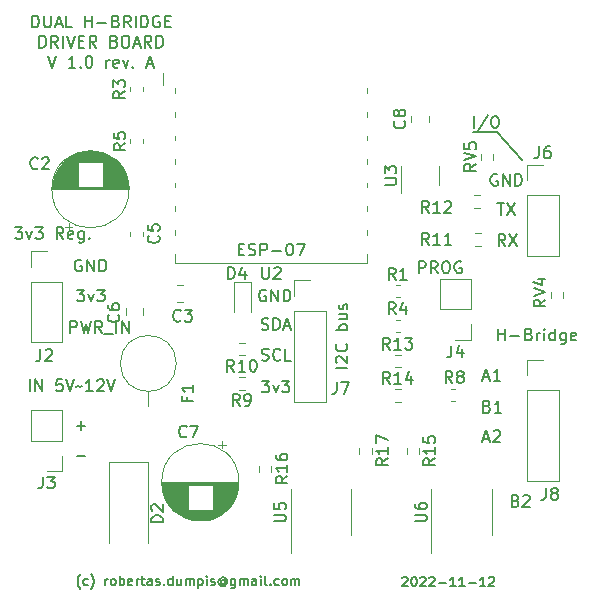
<source format=gbr>
G04 #@! TF.GenerationSoftware,KiCad,Pcbnew,(5.1.12)-1*
G04 #@! TF.CreationDate,2022-11-12T20:16:50+02:00*
G04 #@! TF.ProjectId,MagicLightsPCBNeo,4d616769-634c-4696-9768-74735043424e,rev?*
G04 #@! TF.SameCoordinates,Original*
G04 #@! TF.FileFunction,Legend,Top*
G04 #@! TF.FilePolarity,Positive*
%FSLAX46Y46*%
G04 Gerber Fmt 4.6, Leading zero omitted, Abs format (unit mm)*
G04 Created by KiCad (PCBNEW (5.1.12)-1) date 2022-11-12 20:16:50*
%MOMM*%
%LPD*%
G01*
G04 APERTURE LIST*
%ADD10C,0.150000*%
%ADD11C,0.160000*%
%ADD12C,0.200000*%
%ADD13C,0.120000*%
G04 APERTURE END LIST*
D10*
X65214285Y-62252380D02*
X65214285Y-61252380D01*
X65214285Y-61728571D02*
X65785714Y-61728571D01*
X65785714Y-62252380D02*
X65785714Y-61252380D01*
X66261904Y-61871428D02*
X67023809Y-61871428D01*
X67833333Y-61728571D02*
X67976190Y-61776190D01*
X68023809Y-61823809D01*
X68071428Y-61919047D01*
X68071428Y-62061904D01*
X68023809Y-62157142D01*
X67976190Y-62204761D01*
X67880952Y-62252380D01*
X67500000Y-62252380D01*
X67500000Y-61252380D01*
X67833333Y-61252380D01*
X67928571Y-61300000D01*
X67976190Y-61347619D01*
X68023809Y-61442857D01*
X68023809Y-61538095D01*
X67976190Y-61633333D01*
X67928571Y-61680952D01*
X67833333Y-61728571D01*
X67500000Y-61728571D01*
X68500000Y-62252380D02*
X68500000Y-61585714D01*
X68500000Y-61776190D02*
X68547619Y-61680952D01*
X68595238Y-61633333D01*
X68690476Y-61585714D01*
X68785714Y-61585714D01*
X69119047Y-62252380D02*
X69119047Y-61585714D01*
X69119047Y-61252380D02*
X69071428Y-61300000D01*
X69119047Y-61347619D01*
X69166666Y-61300000D01*
X69119047Y-61252380D01*
X69119047Y-61347619D01*
X70023809Y-62252380D02*
X70023809Y-61252380D01*
X70023809Y-62204761D02*
X69928571Y-62252380D01*
X69738095Y-62252380D01*
X69642857Y-62204761D01*
X69595238Y-62157142D01*
X69547619Y-62061904D01*
X69547619Y-61776190D01*
X69595238Y-61680952D01*
X69642857Y-61633333D01*
X69738095Y-61585714D01*
X69928571Y-61585714D01*
X70023809Y-61633333D01*
X70928571Y-61585714D02*
X70928571Y-62395238D01*
X70880952Y-62490476D01*
X70833333Y-62538095D01*
X70738095Y-62585714D01*
X70595238Y-62585714D01*
X70500000Y-62538095D01*
X70928571Y-62204761D02*
X70833333Y-62252380D01*
X70642857Y-62252380D01*
X70547619Y-62204761D01*
X70500000Y-62157142D01*
X70452380Y-62061904D01*
X70452380Y-61776190D01*
X70500000Y-61680952D01*
X70547619Y-61633333D01*
X70642857Y-61585714D01*
X70833333Y-61585714D01*
X70928571Y-61633333D01*
X71785714Y-62204761D02*
X71690476Y-62252380D01*
X71500000Y-62252380D01*
X71404761Y-62204761D01*
X71357142Y-62109523D01*
X71357142Y-61728571D01*
X71404761Y-61633333D01*
X71500000Y-61585714D01*
X71690476Y-61585714D01*
X71785714Y-61633333D01*
X71833333Y-61728571D01*
X71833333Y-61823809D01*
X71357142Y-61919047D01*
X66695238Y-75828571D02*
X66838095Y-75876190D01*
X66885714Y-75923809D01*
X66933333Y-76019047D01*
X66933333Y-76161904D01*
X66885714Y-76257142D01*
X66838095Y-76304761D01*
X66742857Y-76352380D01*
X66361904Y-76352380D01*
X66361904Y-75352380D01*
X66695238Y-75352380D01*
X66790476Y-75400000D01*
X66838095Y-75447619D01*
X66885714Y-75542857D01*
X66885714Y-75638095D01*
X66838095Y-75733333D01*
X66790476Y-75780952D01*
X66695238Y-75828571D01*
X66361904Y-75828571D01*
X67314285Y-75447619D02*
X67361904Y-75400000D01*
X67457142Y-75352380D01*
X67695238Y-75352380D01*
X67790476Y-75400000D01*
X67838095Y-75447619D01*
X67885714Y-75542857D01*
X67885714Y-75638095D01*
X67838095Y-75780952D01*
X67266666Y-76352380D01*
X67885714Y-76352380D01*
X63985714Y-70566666D02*
X64461904Y-70566666D01*
X63890476Y-70852380D02*
X64223809Y-69852380D01*
X64557142Y-70852380D01*
X64842857Y-69947619D02*
X64890476Y-69900000D01*
X64985714Y-69852380D01*
X65223809Y-69852380D01*
X65319047Y-69900000D01*
X65366666Y-69947619D01*
X65414285Y-70042857D01*
X65414285Y-70138095D01*
X65366666Y-70280952D01*
X64795238Y-70852380D01*
X65414285Y-70852380D01*
X64295238Y-67828571D02*
X64438095Y-67876190D01*
X64485714Y-67923809D01*
X64533333Y-68019047D01*
X64533333Y-68161904D01*
X64485714Y-68257142D01*
X64438095Y-68304761D01*
X64342857Y-68352380D01*
X63961904Y-68352380D01*
X63961904Y-67352380D01*
X64295238Y-67352380D01*
X64390476Y-67400000D01*
X64438095Y-67447619D01*
X64485714Y-67542857D01*
X64485714Y-67638095D01*
X64438095Y-67733333D01*
X64390476Y-67780952D01*
X64295238Y-67828571D01*
X63961904Y-67828571D01*
X65485714Y-68352380D02*
X64914285Y-68352380D01*
X65200000Y-68352380D02*
X65200000Y-67352380D01*
X65104761Y-67495238D01*
X65009523Y-67590476D01*
X64914285Y-67638095D01*
X63985714Y-65366666D02*
X64461904Y-65366666D01*
X63890476Y-65652380D02*
X64223809Y-64652380D01*
X64557142Y-65652380D01*
X65414285Y-65652380D02*
X64842857Y-65652380D01*
X65128571Y-65652380D02*
X65128571Y-64652380D01*
X65033333Y-64795238D01*
X64938095Y-64890476D01*
X64842857Y-64938095D01*
D11*
X57114285Y-82338095D02*
X57152380Y-82300000D01*
X57228571Y-82261904D01*
X57419047Y-82261904D01*
X57495238Y-82300000D01*
X57533333Y-82338095D01*
X57571428Y-82414285D01*
X57571428Y-82490476D01*
X57533333Y-82604761D01*
X57076190Y-83061904D01*
X57571428Y-83061904D01*
X58066666Y-82261904D02*
X58142857Y-82261904D01*
X58219047Y-82300000D01*
X58257142Y-82338095D01*
X58295238Y-82414285D01*
X58333333Y-82566666D01*
X58333333Y-82757142D01*
X58295238Y-82909523D01*
X58257142Y-82985714D01*
X58219047Y-83023809D01*
X58142857Y-83061904D01*
X58066666Y-83061904D01*
X57990476Y-83023809D01*
X57952380Y-82985714D01*
X57914285Y-82909523D01*
X57876190Y-82757142D01*
X57876190Y-82566666D01*
X57914285Y-82414285D01*
X57952380Y-82338095D01*
X57990476Y-82300000D01*
X58066666Y-82261904D01*
X58638095Y-82338095D02*
X58676190Y-82300000D01*
X58752380Y-82261904D01*
X58942857Y-82261904D01*
X59019047Y-82300000D01*
X59057142Y-82338095D01*
X59095238Y-82414285D01*
X59095238Y-82490476D01*
X59057142Y-82604761D01*
X58600000Y-83061904D01*
X59095238Y-83061904D01*
X59400000Y-82338095D02*
X59438095Y-82300000D01*
X59514285Y-82261904D01*
X59704761Y-82261904D01*
X59780952Y-82300000D01*
X59819047Y-82338095D01*
X59857142Y-82414285D01*
X59857142Y-82490476D01*
X59819047Y-82604761D01*
X59361904Y-83061904D01*
X59857142Y-83061904D01*
X60200000Y-82757142D02*
X60809523Y-82757142D01*
X61609523Y-83061904D02*
X61152380Y-83061904D01*
X61380952Y-83061904D02*
X61380952Y-82261904D01*
X61304761Y-82376190D01*
X61228571Y-82452380D01*
X61152380Y-82490476D01*
X62371428Y-83061904D02*
X61914285Y-83061904D01*
X62142857Y-83061904D02*
X62142857Y-82261904D01*
X62066666Y-82376190D01*
X61990476Y-82452380D01*
X61914285Y-82490476D01*
X62714285Y-82757142D02*
X63323809Y-82757142D01*
X64123809Y-83061904D02*
X63666666Y-83061904D01*
X63895238Y-83061904D02*
X63895238Y-82261904D01*
X63819047Y-82376190D01*
X63742857Y-82452380D01*
X63666666Y-82490476D01*
X64428571Y-82338095D02*
X64466666Y-82300000D01*
X64542857Y-82261904D01*
X64733333Y-82261904D01*
X64809523Y-82300000D01*
X64847619Y-82338095D01*
X64885714Y-82414285D01*
X64885714Y-82490476D01*
X64847619Y-82604761D01*
X64390476Y-83061904D01*
X64885714Y-83061904D01*
D10*
X65100000Y-44600000D02*
X67200000Y-47000000D01*
X63100000Y-44600000D02*
X65100000Y-44600000D01*
X65138095Y-48200000D02*
X65042857Y-48152380D01*
X64900000Y-48152380D01*
X64757142Y-48200000D01*
X64661904Y-48295238D01*
X64614285Y-48390476D01*
X64566666Y-48580952D01*
X64566666Y-48723809D01*
X64614285Y-48914285D01*
X64661904Y-49009523D01*
X64757142Y-49104761D01*
X64900000Y-49152380D01*
X64995238Y-49152380D01*
X65138095Y-49104761D01*
X65185714Y-49057142D01*
X65185714Y-48723809D01*
X64995238Y-48723809D01*
X65614285Y-49152380D02*
X65614285Y-48152380D01*
X66185714Y-49152380D01*
X66185714Y-48152380D01*
X66661904Y-49152380D02*
X66661904Y-48152380D01*
X66900000Y-48152380D01*
X67042857Y-48200000D01*
X67138095Y-48295238D01*
X67185714Y-48390476D01*
X67233333Y-48580952D01*
X67233333Y-48723809D01*
X67185714Y-48914285D01*
X67138095Y-49009523D01*
X67042857Y-49104761D01*
X66900000Y-49152380D01*
X66661904Y-49152380D01*
X58514285Y-56552380D02*
X58514285Y-55552380D01*
X58895238Y-55552380D01*
X58990476Y-55600000D01*
X59038095Y-55647619D01*
X59085714Y-55742857D01*
X59085714Y-55885714D01*
X59038095Y-55980952D01*
X58990476Y-56028571D01*
X58895238Y-56076190D01*
X58514285Y-56076190D01*
X60085714Y-56552380D02*
X59752380Y-56076190D01*
X59514285Y-56552380D02*
X59514285Y-55552380D01*
X59895238Y-55552380D01*
X59990476Y-55600000D01*
X60038095Y-55647619D01*
X60085714Y-55742857D01*
X60085714Y-55885714D01*
X60038095Y-55980952D01*
X59990476Y-56028571D01*
X59895238Y-56076190D01*
X59514285Y-56076190D01*
X60704761Y-55552380D02*
X60895238Y-55552380D01*
X60990476Y-55600000D01*
X61085714Y-55695238D01*
X61133333Y-55885714D01*
X61133333Y-56219047D01*
X61085714Y-56409523D01*
X60990476Y-56504761D01*
X60895238Y-56552380D01*
X60704761Y-56552380D01*
X60609523Y-56504761D01*
X60514285Y-56409523D01*
X60466666Y-56219047D01*
X60466666Y-55885714D01*
X60514285Y-55695238D01*
X60609523Y-55600000D01*
X60704761Y-55552380D01*
X62085714Y-55600000D02*
X61990476Y-55552380D01*
X61847619Y-55552380D01*
X61704761Y-55600000D01*
X61609523Y-55695238D01*
X61561904Y-55790476D01*
X61514285Y-55980952D01*
X61514285Y-56123809D01*
X61561904Y-56314285D01*
X61609523Y-56409523D01*
X61704761Y-56504761D01*
X61847619Y-56552380D01*
X61942857Y-56552380D01*
X62085714Y-56504761D01*
X62133333Y-56457142D01*
X62133333Y-56123809D01*
X61942857Y-56123809D01*
X45209523Y-65652380D02*
X45828571Y-65652380D01*
X45495238Y-66033333D01*
X45638095Y-66033333D01*
X45733333Y-66080952D01*
X45780952Y-66128571D01*
X45828571Y-66223809D01*
X45828571Y-66461904D01*
X45780952Y-66557142D01*
X45733333Y-66604761D01*
X45638095Y-66652380D01*
X45352380Y-66652380D01*
X45257142Y-66604761D01*
X45209523Y-66557142D01*
X46161904Y-65985714D02*
X46400000Y-66652380D01*
X46638095Y-65985714D01*
X46923809Y-65652380D02*
X47542857Y-65652380D01*
X47209523Y-66033333D01*
X47352380Y-66033333D01*
X47447619Y-66080952D01*
X47495238Y-66128571D01*
X47542857Y-66223809D01*
X47542857Y-66461904D01*
X47495238Y-66557142D01*
X47447619Y-66604761D01*
X47352380Y-66652380D01*
X47066666Y-66652380D01*
X46971428Y-66604761D01*
X46923809Y-66557142D01*
X45209523Y-63904761D02*
X45352380Y-63952380D01*
X45590476Y-63952380D01*
X45685714Y-63904761D01*
X45733333Y-63857142D01*
X45780952Y-63761904D01*
X45780952Y-63666666D01*
X45733333Y-63571428D01*
X45685714Y-63523809D01*
X45590476Y-63476190D01*
X45400000Y-63428571D01*
X45304761Y-63380952D01*
X45257142Y-63333333D01*
X45209523Y-63238095D01*
X45209523Y-63142857D01*
X45257142Y-63047619D01*
X45304761Y-63000000D01*
X45400000Y-62952380D01*
X45638095Y-62952380D01*
X45780952Y-63000000D01*
X46780952Y-63857142D02*
X46733333Y-63904761D01*
X46590476Y-63952380D01*
X46495238Y-63952380D01*
X46352380Y-63904761D01*
X46257142Y-63809523D01*
X46209523Y-63714285D01*
X46161904Y-63523809D01*
X46161904Y-63380952D01*
X46209523Y-63190476D01*
X46257142Y-63095238D01*
X46352380Y-63000000D01*
X46495238Y-62952380D01*
X46590476Y-62952380D01*
X46733333Y-63000000D01*
X46780952Y-63047619D01*
X47685714Y-63952380D02*
X47209523Y-63952380D01*
X47209523Y-62952380D01*
X45185714Y-61304761D02*
X45328571Y-61352380D01*
X45566666Y-61352380D01*
X45661904Y-61304761D01*
X45709523Y-61257142D01*
X45757142Y-61161904D01*
X45757142Y-61066666D01*
X45709523Y-60971428D01*
X45661904Y-60923809D01*
X45566666Y-60876190D01*
X45376190Y-60828571D01*
X45280952Y-60780952D01*
X45233333Y-60733333D01*
X45185714Y-60638095D01*
X45185714Y-60542857D01*
X45233333Y-60447619D01*
X45280952Y-60400000D01*
X45376190Y-60352380D01*
X45614285Y-60352380D01*
X45757142Y-60400000D01*
X46185714Y-61352380D02*
X46185714Y-60352380D01*
X46423809Y-60352380D01*
X46566666Y-60400000D01*
X46661904Y-60495238D01*
X46709523Y-60590476D01*
X46757142Y-60780952D01*
X46757142Y-60923809D01*
X46709523Y-61114285D01*
X46661904Y-61209523D01*
X46566666Y-61304761D01*
X46423809Y-61352380D01*
X46185714Y-61352380D01*
X47138095Y-61066666D02*
X47614285Y-61066666D01*
X47042857Y-61352380D02*
X47376190Y-60352380D01*
X47709523Y-61352380D01*
X45538095Y-58000000D02*
X45442857Y-57952380D01*
X45300000Y-57952380D01*
X45157142Y-58000000D01*
X45061904Y-58095238D01*
X45014285Y-58190476D01*
X44966666Y-58380952D01*
X44966666Y-58523809D01*
X45014285Y-58714285D01*
X45061904Y-58809523D01*
X45157142Y-58904761D01*
X45300000Y-58952380D01*
X45395238Y-58952380D01*
X45538095Y-58904761D01*
X45585714Y-58857142D01*
X45585714Y-58523809D01*
X45395238Y-58523809D01*
X46014285Y-58952380D02*
X46014285Y-57952380D01*
X46585714Y-58952380D01*
X46585714Y-57952380D01*
X47061904Y-58952380D02*
X47061904Y-57952380D01*
X47300000Y-57952380D01*
X47442857Y-58000000D01*
X47538095Y-58095238D01*
X47585714Y-58190476D01*
X47633333Y-58380952D01*
X47633333Y-58523809D01*
X47585714Y-58714285D01*
X47538095Y-58809523D01*
X47442857Y-58904761D01*
X47300000Y-58952380D01*
X47061904Y-58952380D01*
X52452380Y-64566666D02*
X51452380Y-64566666D01*
X51547619Y-64138095D02*
X51500000Y-64090476D01*
X51452380Y-63995238D01*
X51452380Y-63757142D01*
X51500000Y-63661904D01*
X51547619Y-63614285D01*
X51642857Y-63566666D01*
X51738095Y-63566666D01*
X51880952Y-63614285D01*
X52452380Y-64185714D01*
X52452380Y-63566666D01*
X52357142Y-62566666D02*
X52404761Y-62614285D01*
X52452380Y-62757142D01*
X52452380Y-62852380D01*
X52404761Y-62995238D01*
X52309523Y-63090476D01*
X52214285Y-63138095D01*
X52023809Y-63185714D01*
X51880952Y-63185714D01*
X51690476Y-63138095D01*
X51595238Y-63090476D01*
X51500000Y-62995238D01*
X51452380Y-62852380D01*
X51452380Y-62757142D01*
X51500000Y-62614285D01*
X51547619Y-62566666D01*
X52452380Y-61376190D02*
X51452380Y-61376190D01*
X51833333Y-61376190D02*
X51785714Y-61280952D01*
X51785714Y-61090476D01*
X51833333Y-60995238D01*
X51880952Y-60947619D01*
X51976190Y-60900000D01*
X52261904Y-60900000D01*
X52357142Y-60947619D01*
X52404761Y-60995238D01*
X52452380Y-61090476D01*
X52452380Y-61280952D01*
X52404761Y-61376190D01*
X51785714Y-60042857D02*
X52452380Y-60042857D01*
X51785714Y-60471428D02*
X52309523Y-60471428D01*
X52404761Y-60423809D01*
X52452380Y-60328571D01*
X52452380Y-60185714D01*
X52404761Y-60090476D01*
X52357142Y-60042857D01*
X52404761Y-59614285D02*
X52452380Y-59519047D01*
X52452380Y-59328571D01*
X52404761Y-59233333D01*
X52309523Y-59185714D01*
X52261904Y-59185714D01*
X52166666Y-59233333D01*
X52119047Y-59328571D01*
X52119047Y-59471428D01*
X52071428Y-59566666D01*
X51976190Y-59614285D01*
X51928571Y-59614285D01*
X51833333Y-59566666D01*
X51785714Y-59471428D01*
X51785714Y-59328571D01*
X51833333Y-59233333D01*
X28973809Y-61602380D02*
X28973809Y-60602380D01*
X29354761Y-60602380D01*
X29450000Y-60650000D01*
X29497619Y-60697619D01*
X29545238Y-60792857D01*
X29545238Y-60935714D01*
X29497619Y-61030952D01*
X29450000Y-61078571D01*
X29354761Y-61126190D01*
X28973809Y-61126190D01*
X29878571Y-60602380D02*
X30116666Y-61602380D01*
X30307142Y-60888095D01*
X30497619Y-61602380D01*
X30735714Y-60602380D01*
X31688095Y-61602380D02*
X31354761Y-61126190D01*
X31116666Y-61602380D02*
X31116666Y-60602380D01*
X31497619Y-60602380D01*
X31592857Y-60650000D01*
X31640476Y-60697619D01*
X31688095Y-60792857D01*
X31688095Y-60935714D01*
X31640476Y-61030952D01*
X31592857Y-61078571D01*
X31497619Y-61126190D01*
X31116666Y-61126190D01*
X31878571Y-61697619D02*
X32640476Y-61697619D01*
X32878571Y-61602380D02*
X32878571Y-60602380D01*
X33354761Y-61602380D02*
X33354761Y-60602380D01*
X33926190Y-61602380D01*
X33926190Y-60602380D01*
X29559523Y-57952380D02*
X30178571Y-57952380D01*
X29845238Y-58333333D01*
X29988095Y-58333333D01*
X30083333Y-58380952D01*
X30130952Y-58428571D01*
X30178571Y-58523809D01*
X30178571Y-58761904D01*
X30130952Y-58857142D01*
X30083333Y-58904761D01*
X29988095Y-58952380D01*
X29702380Y-58952380D01*
X29607142Y-58904761D01*
X29559523Y-58857142D01*
X30511904Y-58285714D02*
X30750000Y-58952380D01*
X30988095Y-58285714D01*
X31273809Y-57952380D02*
X31892857Y-57952380D01*
X31559523Y-58333333D01*
X31702380Y-58333333D01*
X31797619Y-58380952D01*
X31845238Y-58428571D01*
X31892857Y-58523809D01*
X31892857Y-58761904D01*
X31845238Y-58857142D01*
X31797619Y-58904761D01*
X31702380Y-58952380D01*
X31416666Y-58952380D01*
X31321428Y-58904761D01*
X31273809Y-58857142D01*
X29938095Y-55450000D02*
X29842857Y-55402380D01*
X29700000Y-55402380D01*
X29557142Y-55450000D01*
X29461904Y-55545238D01*
X29414285Y-55640476D01*
X29366666Y-55830952D01*
X29366666Y-55973809D01*
X29414285Y-56164285D01*
X29461904Y-56259523D01*
X29557142Y-56354761D01*
X29700000Y-56402380D01*
X29795238Y-56402380D01*
X29938095Y-56354761D01*
X29985714Y-56307142D01*
X29985714Y-55973809D01*
X29795238Y-55973809D01*
X30414285Y-56402380D02*
X30414285Y-55402380D01*
X30985714Y-56402380D01*
X30985714Y-55402380D01*
X31461904Y-56402380D02*
X31461904Y-55402380D01*
X31700000Y-55402380D01*
X31842857Y-55450000D01*
X31938095Y-55545238D01*
X31985714Y-55640476D01*
X32033333Y-55830952D01*
X32033333Y-55973809D01*
X31985714Y-56164285D01*
X31938095Y-56259523D01*
X31842857Y-56354761D01*
X31700000Y-56402380D01*
X31461904Y-56402380D01*
X24309523Y-52652380D02*
X24928571Y-52652380D01*
X24595238Y-53033333D01*
X24738095Y-53033333D01*
X24833333Y-53080952D01*
X24880952Y-53128571D01*
X24928571Y-53223809D01*
X24928571Y-53461904D01*
X24880952Y-53557142D01*
X24833333Y-53604761D01*
X24738095Y-53652380D01*
X24452380Y-53652380D01*
X24357142Y-53604761D01*
X24309523Y-53557142D01*
X25261904Y-52985714D02*
X25500000Y-53652380D01*
X25738095Y-52985714D01*
X26023809Y-52652380D02*
X26642857Y-52652380D01*
X26309523Y-53033333D01*
X26452380Y-53033333D01*
X26547619Y-53080952D01*
X26595238Y-53128571D01*
X26642857Y-53223809D01*
X26642857Y-53461904D01*
X26595238Y-53557142D01*
X26547619Y-53604761D01*
X26452380Y-53652380D01*
X26166666Y-53652380D01*
X26071428Y-53604761D01*
X26023809Y-53557142D01*
X28404761Y-53652380D02*
X28071428Y-53176190D01*
X27833333Y-53652380D02*
X27833333Y-52652380D01*
X28214285Y-52652380D01*
X28309523Y-52700000D01*
X28357142Y-52747619D01*
X28404761Y-52842857D01*
X28404761Y-52985714D01*
X28357142Y-53080952D01*
X28309523Y-53128571D01*
X28214285Y-53176190D01*
X27833333Y-53176190D01*
X29214285Y-53604761D02*
X29119047Y-53652380D01*
X28928571Y-53652380D01*
X28833333Y-53604761D01*
X28785714Y-53509523D01*
X28785714Y-53128571D01*
X28833333Y-53033333D01*
X28928571Y-52985714D01*
X29119047Y-52985714D01*
X29214285Y-53033333D01*
X29261904Y-53128571D01*
X29261904Y-53223809D01*
X28785714Y-53319047D01*
X30119047Y-52985714D02*
X30119047Y-53795238D01*
X30071428Y-53890476D01*
X30023809Y-53938095D01*
X29928571Y-53985714D01*
X29785714Y-53985714D01*
X29690476Y-53938095D01*
X30119047Y-53604761D02*
X30023809Y-53652380D01*
X29833333Y-53652380D01*
X29738095Y-53604761D01*
X29690476Y-53557142D01*
X29642857Y-53461904D01*
X29642857Y-53176190D01*
X29690476Y-53080952D01*
X29738095Y-53033333D01*
X29833333Y-52985714D01*
X30023809Y-52985714D01*
X30119047Y-53033333D01*
X30595238Y-53557142D02*
X30642857Y-53604761D01*
X30595238Y-53652380D01*
X30547619Y-53604761D01*
X30595238Y-53557142D01*
X30595238Y-53652380D01*
X65833333Y-54252380D02*
X65500000Y-53776190D01*
X65261904Y-54252380D02*
X65261904Y-53252380D01*
X65642857Y-53252380D01*
X65738095Y-53300000D01*
X65785714Y-53347619D01*
X65833333Y-53442857D01*
X65833333Y-53585714D01*
X65785714Y-53680952D01*
X65738095Y-53728571D01*
X65642857Y-53776190D01*
X65261904Y-53776190D01*
X66166666Y-53252380D02*
X66833333Y-54252380D01*
X66833333Y-53252380D02*
X66166666Y-54252380D01*
X65138095Y-50652380D02*
X65709523Y-50652380D01*
X65423809Y-51652380D02*
X65423809Y-50652380D01*
X65947619Y-50652380D02*
X66614285Y-51652380D01*
X66614285Y-50652380D02*
X65947619Y-51652380D01*
X63152380Y-44252380D02*
X63152380Y-43252380D01*
X64342857Y-43204761D02*
X63485714Y-44490476D01*
X64866666Y-43252380D02*
X65057142Y-43252380D01*
X65152380Y-43300000D01*
X65247619Y-43395238D01*
X65295238Y-43585714D01*
X65295238Y-43919047D01*
X65247619Y-44109523D01*
X65152380Y-44204761D01*
X65057142Y-44252380D01*
X64866666Y-44252380D01*
X64771428Y-44204761D01*
X64676190Y-44109523D01*
X64628571Y-43919047D01*
X64628571Y-43585714D01*
X64676190Y-43395238D01*
X64771428Y-43300000D01*
X64866666Y-43252380D01*
D11*
X29838095Y-83266666D02*
X29800000Y-83228571D01*
X29723809Y-83114285D01*
X29685714Y-83038095D01*
X29647619Y-82923809D01*
X29609523Y-82733333D01*
X29609523Y-82580952D01*
X29647619Y-82390476D01*
X29685714Y-82276190D01*
X29723809Y-82200000D01*
X29800000Y-82085714D01*
X29838095Y-82047619D01*
X30485714Y-82923809D02*
X30409523Y-82961904D01*
X30257142Y-82961904D01*
X30180952Y-82923809D01*
X30142857Y-82885714D01*
X30104761Y-82809523D01*
X30104761Y-82580952D01*
X30142857Y-82504761D01*
X30180952Y-82466666D01*
X30257142Y-82428571D01*
X30409523Y-82428571D01*
X30485714Y-82466666D01*
X30752380Y-83266666D02*
X30790476Y-83228571D01*
X30866666Y-83114285D01*
X30904761Y-83038095D01*
X30942857Y-82923809D01*
X30980952Y-82733333D01*
X30980952Y-82580952D01*
X30942857Y-82390476D01*
X30904761Y-82276190D01*
X30866666Y-82200000D01*
X30790476Y-82085714D01*
X30752380Y-82047619D01*
X31971428Y-82961904D02*
X31971428Y-82428571D01*
X31971428Y-82580952D02*
X32009523Y-82504761D01*
X32047619Y-82466666D01*
X32123809Y-82428571D01*
X32200000Y-82428571D01*
X32580952Y-82961904D02*
X32504761Y-82923809D01*
X32466666Y-82885714D01*
X32428571Y-82809523D01*
X32428571Y-82580952D01*
X32466666Y-82504761D01*
X32504761Y-82466666D01*
X32580952Y-82428571D01*
X32695238Y-82428571D01*
X32771428Y-82466666D01*
X32809523Y-82504761D01*
X32847619Y-82580952D01*
X32847619Y-82809523D01*
X32809523Y-82885714D01*
X32771428Y-82923809D01*
X32695238Y-82961904D01*
X32580952Y-82961904D01*
X33190476Y-82961904D02*
X33190476Y-82161904D01*
X33190476Y-82466666D02*
X33266666Y-82428571D01*
X33419047Y-82428571D01*
X33495238Y-82466666D01*
X33533333Y-82504761D01*
X33571428Y-82580952D01*
X33571428Y-82809523D01*
X33533333Y-82885714D01*
X33495238Y-82923809D01*
X33419047Y-82961904D01*
X33266666Y-82961904D01*
X33190476Y-82923809D01*
X34219047Y-82923809D02*
X34142857Y-82961904D01*
X33990476Y-82961904D01*
X33914285Y-82923809D01*
X33876190Y-82847619D01*
X33876190Y-82542857D01*
X33914285Y-82466666D01*
X33990476Y-82428571D01*
X34142857Y-82428571D01*
X34219047Y-82466666D01*
X34257142Y-82542857D01*
X34257142Y-82619047D01*
X33876190Y-82695238D01*
X34600000Y-82961904D02*
X34600000Y-82428571D01*
X34600000Y-82580952D02*
X34638095Y-82504761D01*
X34676190Y-82466666D01*
X34752380Y-82428571D01*
X34828571Y-82428571D01*
X34980952Y-82428571D02*
X35285714Y-82428571D01*
X35095238Y-82161904D02*
X35095238Y-82847619D01*
X35133333Y-82923809D01*
X35209523Y-82961904D01*
X35285714Y-82961904D01*
X35895238Y-82961904D02*
X35895238Y-82542857D01*
X35857142Y-82466666D01*
X35780952Y-82428571D01*
X35628571Y-82428571D01*
X35552380Y-82466666D01*
X35895238Y-82923809D02*
X35819047Y-82961904D01*
X35628571Y-82961904D01*
X35552380Y-82923809D01*
X35514285Y-82847619D01*
X35514285Y-82771428D01*
X35552380Y-82695238D01*
X35628571Y-82657142D01*
X35819047Y-82657142D01*
X35895238Y-82619047D01*
X36238095Y-82923809D02*
X36314285Y-82961904D01*
X36466666Y-82961904D01*
X36542857Y-82923809D01*
X36580952Y-82847619D01*
X36580952Y-82809523D01*
X36542857Y-82733333D01*
X36466666Y-82695238D01*
X36352380Y-82695238D01*
X36276190Y-82657142D01*
X36238095Y-82580952D01*
X36238095Y-82542857D01*
X36276190Y-82466666D01*
X36352380Y-82428571D01*
X36466666Y-82428571D01*
X36542857Y-82466666D01*
X36923809Y-82885714D02*
X36961904Y-82923809D01*
X36923809Y-82961904D01*
X36885714Y-82923809D01*
X36923809Y-82885714D01*
X36923809Y-82961904D01*
X37647619Y-82961904D02*
X37647619Y-82161904D01*
X37647619Y-82923809D02*
X37571428Y-82961904D01*
X37419047Y-82961904D01*
X37342857Y-82923809D01*
X37304761Y-82885714D01*
X37266666Y-82809523D01*
X37266666Y-82580952D01*
X37304761Y-82504761D01*
X37342857Y-82466666D01*
X37419047Y-82428571D01*
X37571428Y-82428571D01*
X37647619Y-82466666D01*
X38371428Y-82428571D02*
X38371428Y-82961904D01*
X38028571Y-82428571D02*
X38028571Y-82847619D01*
X38066666Y-82923809D01*
X38142857Y-82961904D01*
X38257142Y-82961904D01*
X38333333Y-82923809D01*
X38371428Y-82885714D01*
X38752380Y-82961904D02*
X38752380Y-82428571D01*
X38752380Y-82504761D02*
X38790476Y-82466666D01*
X38866666Y-82428571D01*
X38980952Y-82428571D01*
X39057142Y-82466666D01*
X39095238Y-82542857D01*
X39095238Y-82961904D01*
X39095238Y-82542857D02*
X39133333Y-82466666D01*
X39209523Y-82428571D01*
X39323809Y-82428571D01*
X39400000Y-82466666D01*
X39438095Y-82542857D01*
X39438095Y-82961904D01*
X39819047Y-82428571D02*
X39819047Y-83228571D01*
X39819047Y-82466666D02*
X39895238Y-82428571D01*
X40047619Y-82428571D01*
X40123809Y-82466666D01*
X40161904Y-82504761D01*
X40200000Y-82580952D01*
X40200000Y-82809523D01*
X40161904Y-82885714D01*
X40123809Y-82923809D01*
X40047619Y-82961904D01*
X39895238Y-82961904D01*
X39819047Y-82923809D01*
X40542857Y-82961904D02*
X40542857Y-82428571D01*
X40542857Y-82161904D02*
X40504761Y-82200000D01*
X40542857Y-82238095D01*
X40580952Y-82200000D01*
X40542857Y-82161904D01*
X40542857Y-82238095D01*
X40885714Y-82923809D02*
X40961904Y-82961904D01*
X41114285Y-82961904D01*
X41190476Y-82923809D01*
X41228571Y-82847619D01*
X41228571Y-82809523D01*
X41190476Y-82733333D01*
X41114285Y-82695238D01*
X41000000Y-82695238D01*
X40923809Y-82657142D01*
X40885714Y-82580952D01*
X40885714Y-82542857D01*
X40923809Y-82466666D01*
X41000000Y-82428571D01*
X41114285Y-82428571D01*
X41190476Y-82466666D01*
X42066666Y-82580952D02*
X42028571Y-82542857D01*
X41952380Y-82504761D01*
X41876190Y-82504761D01*
X41800000Y-82542857D01*
X41761904Y-82580952D01*
X41723809Y-82657142D01*
X41723809Y-82733333D01*
X41761904Y-82809523D01*
X41800000Y-82847619D01*
X41876190Y-82885714D01*
X41952380Y-82885714D01*
X42028571Y-82847619D01*
X42066666Y-82809523D01*
X42066666Y-82504761D02*
X42066666Y-82809523D01*
X42104761Y-82847619D01*
X42142857Y-82847619D01*
X42219047Y-82809523D01*
X42257142Y-82733333D01*
X42257142Y-82542857D01*
X42180952Y-82428571D01*
X42066666Y-82352380D01*
X41914285Y-82314285D01*
X41761904Y-82352380D01*
X41647619Y-82428571D01*
X41571428Y-82542857D01*
X41533333Y-82695238D01*
X41571428Y-82847619D01*
X41647619Y-82961904D01*
X41761904Y-83038095D01*
X41914285Y-83076190D01*
X42066666Y-83038095D01*
X42180952Y-82961904D01*
X42942857Y-82428571D02*
X42942857Y-83076190D01*
X42904761Y-83152380D01*
X42866666Y-83190476D01*
X42790476Y-83228571D01*
X42676190Y-83228571D01*
X42600000Y-83190476D01*
X42942857Y-82923809D02*
X42866666Y-82961904D01*
X42714285Y-82961904D01*
X42638095Y-82923809D01*
X42600000Y-82885714D01*
X42561904Y-82809523D01*
X42561904Y-82580952D01*
X42600000Y-82504761D01*
X42638095Y-82466666D01*
X42714285Y-82428571D01*
X42866666Y-82428571D01*
X42942857Y-82466666D01*
X43323809Y-82961904D02*
X43323809Y-82428571D01*
X43323809Y-82504761D02*
X43361904Y-82466666D01*
X43438095Y-82428571D01*
X43552380Y-82428571D01*
X43628571Y-82466666D01*
X43666666Y-82542857D01*
X43666666Y-82961904D01*
X43666666Y-82542857D02*
X43704761Y-82466666D01*
X43780952Y-82428571D01*
X43895238Y-82428571D01*
X43971428Y-82466666D01*
X44009523Y-82542857D01*
X44009523Y-82961904D01*
X44733333Y-82961904D02*
X44733333Y-82542857D01*
X44695238Y-82466666D01*
X44619047Y-82428571D01*
X44466666Y-82428571D01*
X44390476Y-82466666D01*
X44733333Y-82923809D02*
X44657142Y-82961904D01*
X44466666Y-82961904D01*
X44390476Y-82923809D01*
X44352380Y-82847619D01*
X44352380Y-82771428D01*
X44390476Y-82695238D01*
X44466666Y-82657142D01*
X44657142Y-82657142D01*
X44733333Y-82619047D01*
X45114285Y-82961904D02*
X45114285Y-82428571D01*
X45114285Y-82161904D02*
X45076190Y-82200000D01*
X45114285Y-82238095D01*
X45152380Y-82200000D01*
X45114285Y-82161904D01*
X45114285Y-82238095D01*
X45609523Y-82961904D02*
X45533333Y-82923809D01*
X45495238Y-82847619D01*
X45495238Y-82161904D01*
X45914285Y-82885714D02*
X45952380Y-82923809D01*
X45914285Y-82961904D01*
X45876190Y-82923809D01*
X45914285Y-82885714D01*
X45914285Y-82961904D01*
X46638095Y-82923809D02*
X46561904Y-82961904D01*
X46409523Y-82961904D01*
X46333333Y-82923809D01*
X46295238Y-82885714D01*
X46257142Y-82809523D01*
X46257142Y-82580952D01*
X46295238Y-82504761D01*
X46333333Y-82466666D01*
X46409523Y-82428571D01*
X46561904Y-82428571D01*
X46638095Y-82466666D01*
X47095238Y-82961904D02*
X47019047Y-82923809D01*
X46980952Y-82885714D01*
X46942857Y-82809523D01*
X46942857Y-82580952D01*
X46980952Y-82504761D01*
X47019047Y-82466666D01*
X47095238Y-82428571D01*
X47209523Y-82428571D01*
X47285714Y-82466666D01*
X47323809Y-82504761D01*
X47361904Y-82580952D01*
X47361904Y-82809523D01*
X47323809Y-82885714D01*
X47285714Y-82923809D01*
X47209523Y-82961904D01*
X47095238Y-82961904D01*
X47704761Y-82961904D02*
X47704761Y-82428571D01*
X47704761Y-82504761D02*
X47742857Y-82466666D01*
X47819047Y-82428571D01*
X47933333Y-82428571D01*
X48009523Y-82466666D01*
X48047619Y-82542857D01*
X48047619Y-82961904D01*
X48047619Y-82542857D02*
X48085714Y-82466666D01*
X48161904Y-82428571D01*
X48276190Y-82428571D01*
X48352380Y-82466666D01*
X48390476Y-82542857D01*
X48390476Y-82961904D01*
D12*
X25766666Y-35752380D02*
X25766666Y-34752380D01*
X26004761Y-34752380D01*
X26147619Y-34800000D01*
X26242857Y-34895238D01*
X26290476Y-34990476D01*
X26338095Y-35180952D01*
X26338095Y-35323809D01*
X26290476Y-35514285D01*
X26242857Y-35609523D01*
X26147619Y-35704761D01*
X26004761Y-35752380D01*
X25766666Y-35752380D01*
X26766666Y-34752380D02*
X26766666Y-35561904D01*
X26814285Y-35657142D01*
X26861904Y-35704761D01*
X26957142Y-35752380D01*
X27147619Y-35752380D01*
X27242857Y-35704761D01*
X27290476Y-35657142D01*
X27338095Y-35561904D01*
X27338095Y-34752380D01*
X27766666Y-35466666D02*
X28242857Y-35466666D01*
X27671428Y-35752380D02*
X28004761Y-34752380D01*
X28338095Y-35752380D01*
X29147619Y-35752380D02*
X28671428Y-35752380D01*
X28671428Y-34752380D01*
X30242857Y-35752380D02*
X30242857Y-34752380D01*
X30242857Y-35228571D02*
X30814285Y-35228571D01*
X30814285Y-35752380D02*
X30814285Y-34752380D01*
X31290476Y-35371428D02*
X32052380Y-35371428D01*
X32861904Y-35228571D02*
X33004761Y-35276190D01*
X33052380Y-35323809D01*
X33100000Y-35419047D01*
X33100000Y-35561904D01*
X33052380Y-35657142D01*
X33004761Y-35704761D01*
X32909523Y-35752380D01*
X32528571Y-35752380D01*
X32528571Y-34752380D01*
X32861904Y-34752380D01*
X32957142Y-34800000D01*
X33004761Y-34847619D01*
X33052380Y-34942857D01*
X33052380Y-35038095D01*
X33004761Y-35133333D01*
X32957142Y-35180952D01*
X32861904Y-35228571D01*
X32528571Y-35228571D01*
X34100000Y-35752380D02*
X33766666Y-35276190D01*
X33528571Y-35752380D02*
X33528571Y-34752380D01*
X33909523Y-34752380D01*
X34004761Y-34800000D01*
X34052380Y-34847619D01*
X34100000Y-34942857D01*
X34100000Y-35085714D01*
X34052380Y-35180952D01*
X34004761Y-35228571D01*
X33909523Y-35276190D01*
X33528571Y-35276190D01*
X34528571Y-35752380D02*
X34528571Y-34752380D01*
X35004761Y-35752380D02*
X35004761Y-34752380D01*
X35242857Y-34752380D01*
X35385714Y-34800000D01*
X35480952Y-34895238D01*
X35528571Y-34990476D01*
X35576190Y-35180952D01*
X35576190Y-35323809D01*
X35528571Y-35514285D01*
X35480952Y-35609523D01*
X35385714Y-35704761D01*
X35242857Y-35752380D01*
X35004761Y-35752380D01*
X36528571Y-34800000D02*
X36433333Y-34752380D01*
X36290476Y-34752380D01*
X36147619Y-34800000D01*
X36052380Y-34895238D01*
X36004761Y-34990476D01*
X35957142Y-35180952D01*
X35957142Y-35323809D01*
X36004761Y-35514285D01*
X36052380Y-35609523D01*
X36147619Y-35704761D01*
X36290476Y-35752380D01*
X36385714Y-35752380D01*
X36528571Y-35704761D01*
X36576190Y-35657142D01*
X36576190Y-35323809D01*
X36385714Y-35323809D01*
X37004761Y-35228571D02*
X37338095Y-35228571D01*
X37480952Y-35752380D02*
X37004761Y-35752380D01*
X37004761Y-34752380D01*
X37480952Y-34752380D01*
X26385714Y-37452380D02*
X26385714Y-36452380D01*
X26623809Y-36452380D01*
X26766666Y-36500000D01*
X26861904Y-36595238D01*
X26909523Y-36690476D01*
X26957142Y-36880952D01*
X26957142Y-37023809D01*
X26909523Y-37214285D01*
X26861904Y-37309523D01*
X26766666Y-37404761D01*
X26623809Y-37452380D01*
X26385714Y-37452380D01*
X27957142Y-37452380D02*
X27623809Y-36976190D01*
X27385714Y-37452380D02*
X27385714Y-36452380D01*
X27766666Y-36452380D01*
X27861904Y-36500000D01*
X27909523Y-36547619D01*
X27957142Y-36642857D01*
X27957142Y-36785714D01*
X27909523Y-36880952D01*
X27861904Y-36928571D01*
X27766666Y-36976190D01*
X27385714Y-36976190D01*
X28385714Y-37452380D02*
X28385714Y-36452380D01*
X28719047Y-36452380D02*
X29052380Y-37452380D01*
X29385714Y-36452380D01*
X29719047Y-36928571D02*
X30052380Y-36928571D01*
X30195238Y-37452380D02*
X29719047Y-37452380D01*
X29719047Y-36452380D01*
X30195238Y-36452380D01*
X31195238Y-37452380D02*
X30861904Y-36976190D01*
X30623809Y-37452380D02*
X30623809Y-36452380D01*
X31004761Y-36452380D01*
X31100000Y-36500000D01*
X31147619Y-36547619D01*
X31195238Y-36642857D01*
X31195238Y-36785714D01*
X31147619Y-36880952D01*
X31100000Y-36928571D01*
X31004761Y-36976190D01*
X30623809Y-36976190D01*
X32719047Y-36928571D02*
X32861904Y-36976190D01*
X32909523Y-37023809D01*
X32957142Y-37119047D01*
X32957142Y-37261904D01*
X32909523Y-37357142D01*
X32861904Y-37404761D01*
X32766666Y-37452380D01*
X32385714Y-37452380D01*
X32385714Y-36452380D01*
X32719047Y-36452380D01*
X32814285Y-36500000D01*
X32861904Y-36547619D01*
X32909523Y-36642857D01*
X32909523Y-36738095D01*
X32861904Y-36833333D01*
X32814285Y-36880952D01*
X32719047Y-36928571D01*
X32385714Y-36928571D01*
X33576190Y-36452380D02*
X33766666Y-36452380D01*
X33861904Y-36500000D01*
X33957142Y-36595238D01*
X34004761Y-36785714D01*
X34004761Y-37119047D01*
X33957142Y-37309523D01*
X33861904Y-37404761D01*
X33766666Y-37452380D01*
X33576190Y-37452380D01*
X33480952Y-37404761D01*
X33385714Y-37309523D01*
X33338095Y-37119047D01*
X33338095Y-36785714D01*
X33385714Y-36595238D01*
X33480952Y-36500000D01*
X33576190Y-36452380D01*
X34385714Y-37166666D02*
X34861904Y-37166666D01*
X34290476Y-37452380D02*
X34623809Y-36452380D01*
X34957142Y-37452380D01*
X35861904Y-37452380D02*
X35528571Y-36976190D01*
X35290476Y-37452380D02*
X35290476Y-36452380D01*
X35671428Y-36452380D01*
X35766666Y-36500000D01*
X35814285Y-36547619D01*
X35861904Y-36642857D01*
X35861904Y-36785714D01*
X35814285Y-36880952D01*
X35766666Y-36928571D01*
X35671428Y-36976190D01*
X35290476Y-36976190D01*
X36290476Y-37452380D02*
X36290476Y-36452380D01*
X36528571Y-36452380D01*
X36671428Y-36500000D01*
X36766666Y-36595238D01*
X36814285Y-36690476D01*
X36861904Y-36880952D01*
X36861904Y-37023809D01*
X36814285Y-37214285D01*
X36766666Y-37309523D01*
X36671428Y-37404761D01*
X36528571Y-37452380D01*
X36290476Y-37452380D01*
X27147619Y-38152380D02*
X27480952Y-39152380D01*
X27814285Y-38152380D01*
X29433333Y-39152380D02*
X28861904Y-39152380D01*
X29147619Y-39152380D02*
X29147619Y-38152380D01*
X29052380Y-38295238D01*
X28957142Y-38390476D01*
X28861904Y-38438095D01*
X29861904Y-39057142D02*
X29909523Y-39104761D01*
X29861904Y-39152380D01*
X29814285Y-39104761D01*
X29861904Y-39057142D01*
X29861904Y-39152380D01*
X30528571Y-38152380D02*
X30623809Y-38152380D01*
X30719047Y-38200000D01*
X30766666Y-38247619D01*
X30814285Y-38342857D01*
X30861904Y-38533333D01*
X30861904Y-38771428D01*
X30814285Y-38961904D01*
X30766666Y-39057142D01*
X30719047Y-39104761D01*
X30623809Y-39152380D01*
X30528571Y-39152380D01*
X30433333Y-39104761D01*
X30385714Y-39057142D01*
X30338095Y-38961904D01*
X30290476Y-38771428D01*
X30290476Y-38533333D01*
X30338095Y-38342857D01*
X30385714Y-38247619D01*
X30433333Y-38200000D01*
X30528571Y-38152380D01*
X32052380Y-39152380D02*
X32052380Y-38485714D01*
X32052380Y-38676190D02*
X32100000Y-38580952D01*
X32147619Y-38533333D01*
X32242857Y-38485714D01*
X32338095Y-38485714D01*
X33052380Y-39104761D02*
X32957142Y-39152380D01*
X32766666Y-39152380D01*
X32671428Y-39104761D01*
X32623809Y-39009523D01*
X32623809Y-38628571D01*
X32671428Y-38533333D01*
X32766666Y-38485714D01*
X32957142Y-38485714D01*
X33052380Y-38533333D01*
X33100000Y-38628571D01*
X33100000Y-38723809D01*
X32623809Y-38819047D01*
X33433333Y-38485714D02*
X33671428Y-39152380D01*
X33909523Y-38485714D01*
X34290476Y-39057142D02*
X34338095Y-39104761D01*
X34290476Y-39152380D01*
X34242857Y-39104761D01*
X34290476Y-39057142D01*
X34290476Y-39152380D01*
X35480952Y-38866666D02*
X35957142Y-38866666D01*
X35385714Y-39152380D02*
X35719047Y-38152380D01*
X36052380Y-39152380D01*
X29519047Y-72071428D02*
X30280952Y-72071428D01*
X29519047Y-69471428D02*
X30280952Y-69471428D01*
X29900000Y-69852380D02*
X29900000Y-69090476D01*
X25552380Y-66552380D02*
X25552380Y-65552380D01*
X26028571Y-66552380D02*
X26028571Y-65552380D01*
X26600000Y-66552380D01*
X26600000Y-65552380D01*
X28314285Y-65552380D02*
X27838095Y-65552380D01*
X27790476Y-66028571D01*
X27838095Y-65980952D01*
X27933333Y-65933333D01*
X28171428Y-65933333D01*
X28266666Y-65980952D01*
X28314285Y-66028571D01*
X28361904Y-66123809D01*
X28361904Y-66361904D01*
X28314285Y-66457142D01*
X28266666Y-66504761D01*
X28171428Y-66552380D01*
X27933333Y-66552380D01*
X27838095Y-66504761D01*
X27790476Y-66457142D01*
X28647619Y-65552380D02*
X28980952Y-66552380D01*
X29314285Y-65552380D01*
X29504761Y-66171428D02*
X29552380Y-66123809D01*
X29647619Y-66076190D01*
X29838095Y-66171428D01*
X29933333Y-66123809D01*
X29980952Y-66076190D01*
X30885714Y-66552380D02*
X30314285Y-66552380D01*
X30600000Y-66552380D02*
X30600000Y-65552380D01*
X30504761Y-65695238D01*
X30409523Y-65790476D01*
X30314285Y-65838095D01*
X31266666Y-65647619D02*
X31314285Y-65600000D01*
X31409523Y-65552380D01*
X31647619Y-65552380D01*
X31742857Y-65600000D01*
X31790476Y-65647619D01*
X31838095Y-65742857D01*
X31838095Y-65838095D01*
X31790476Y-65980952D01*
X31219047Y-66552380D01*
X31838095Y-66552380D01*
X32123809Y-65552380D02*
X32457142Y-66552380D01*
X32790476Y-65552380D01*
D13*
X43754724Y-65377500D02*
X43245276Y-65377500D01*
X43754724Y-66422500D02*
X43245276Y-66422500D01*
X38561252Y-57590000D02*
X38038748Y-57590000D01*
X38561252Y-59010000D02*
X38038748Y-59010000D01*
X34090000Y-41171267D02*
X34090000Y-40828733D01*
X35110000Y-41171267D02*
X35110000Y-40828733D01*
X47970000Y-57170000D02*
X49300000Y-57170000D01*
X47970000Y-58500000D02*
X47970000Y-57170000D01*
X47970000Y-59770000D02*
X50630000Y-59770000D01*
X50630000Y-59770000D02*
X50630000Y-67450000D01*
X47970000Y-59770000D02*
X47970000Y-67450000D01*
X47970000Y-67450000D02*
X50630000Y-67450000D01*
X61571267Y-67410000D02*
X61228733Y-67410000D01*
X61571267Y-66390000D02*
X61228733Y-66390000D01*
X33690000Y-60061252D02*
X33690000Y-59538748D01*
X35110000Y-60061252D02*
X35110000Y-59538748D01*
X67670000Y-55110000D02*
X70330000Y-55110000D01*
X67670000Y-49970000D02*
X67670000Y-55110000D01*
X70330000Y-49970000D02*
X70330000Y-55110000D01*
X67670000Y-49970000D02*
X70330000Y-49970000D01*
X67670000Y-48700000D02*
X67670000Y-47370000D01*
X67670000Y-47370000D02*
X69000000Y-47370000D01*
X54120000Y-41300000D02*
X54120000Y-40900000D01*
X37880000Y-41300000D02*
X37880000Y-40900000D01*
X54120000Y-43300000D02*
X54120000Y-42900000D01*
X37880000Y-43300000D02*
X37880000Y-42900000D01*
X54120000Y-45300000D02*
X54120000Y-44900000D01*
X37880000Y-45300000D02*
X37880000Y-44900000D01*
X54120000Y-47300000D02*
X54120000Y-46900000D01*
X37880000Y-47300000D02*
X37880000Y-46900000D01*
X54120000Y-49300000D02*
X54120000Y-48900000D01*
X37880000Y-49300000D02*
X37880000Y-48900000D01*
X54120000Y-51300000D02*
X54120000Y-50900000D01*
X37880000Y-51300000D02*
X37880000Y-50900000D01*
X54120000Y-53300000D02*
X54120000Y-52900000D01*
X37880000Y-53300000D02*
X37880000Y-52900000D01*
X36850000Y-39600000D02*
X36850000Y-40600000D01*
X37880000Y-55720000D02*
X37880000Y-54900000D01*
X54120000Y-55720000D02*
X37880000Y-55720000D01*
X54120000Y-54900000D02*
X54120000Y-55720000D01*
X37970000Y-64200000D02*
G75*
G03*
X37970000Y-64200000I-2370000J0D01*
G01*
X35600000Y-66570000D02*
X35600000Y-67780000D01*
X56528733Y-57590000D02*
X56871267Y-57590000D01*
X56528733Y-58610000D02*
X56871267Y-58610000D01*
X56528733Y-61510000D02*
X56871267Y-61510000D01*
X56528733Y-60490000D02*
X56871267Y-60490000D01*
X33970000Y-49450000D02*
G75*
G03*
X33970000Y-49450000I-3270000J0D01*
G01*
X27470000Y-49450000D02*
X33930000Y-49450000D01*
X27470000Y-49410000D02*
X33930000Y-49410000D01*
X27470000Y-49370000D02*
X33930000Y-49370000D01*
X27472000Y-49330000D02*
X33928000Y-49330000D01*
X27473000Y-49290000D02*
X33927000Y-49290000D01*
X27476000Y-49250000D02*
X33924000Y-49250000D01*
X27478000Y-49210000D02*
X29660000Y-49210000D01*
X31740000Y-49210000D02*
X33922000Y-49210000D01*
X27482000Y-49170000D02*
X29660000Y-49170000D01*
X31740000Y-49170000D02*
X33918000Y-49170000D01*
X27485000Y-49130000D02*
X29660000Y-49130000D01*
X31740000Y-49130000D02*
X33915000Y-49130000D01*
X27489000Y-49090000D02*
X29660000Y-49090000D01*
X31740000Y-49090000D02*
X33911000Y-49090000D01*
X27494000Y-49050000D02*
X29660000Y-49050000D01*
X31740000Y-49050000D02*
X33906000Y-49050000D01*
X27499000Y-49010000D02*
X29660000Y-49010000D01*
X31740000Y-49010000D02*
X33901000Y-49010000D01*
X27505000Y-48970000D02*
X29660000Y-48970000D01*
X31740000Y-48970000D02*
X33895000Y-48970000D01*
X27511000Y-48930000D02*
X29660000Y-48930000D01*
X31740000Y-48930000D02*
X33889000Y-48930000D01*
X27518000Y-48890000D02*
X29660000Y-48890000D01*
X31740000Y-48890000D02*
X33882000Y-48890000D01*
X27525000Y-48850000D02*
X29660000Y-48850000D01*
X31740000Y-48850000D02*
X33875000Y-48850000D01*
X27533000Y-48810000D02*
X29660000Y-48810000D01*
X31740000Y-48810000D02*
X33867000Y-48810000D01*
X27541000Y-48770000D02*
X29660000Y-48770000D01*
X31740000Y-48770000D02*
X33859000Y-48770000D01*
X27550000Y-48729000D02*
X29660000Y-48729000D01*
X31740000Y-48729000D02*
X33850000Y-48729000D01*
X27559000Y-48689000D02*
X29660000Y-48689000D01*
X31740000Y-48689000D02*
X33841000Y-48689000D01*
X27569000Y-48649000D02*
X29660000Y-48649000D01*
X31740000Y-48649000D02*
X33831000Y-48649000D01*
X27579000Y-48609000D02*
X29660000Y-48609000D01*
X31740000Y-48609000D02*
X33821000Y-48609000D01*
X27590000Y-48569000D02*
X29660000Y-48569000D01*
X31740000Y-48569000D02*
X33810000Y-48569000D01*
X27602000Y-48529000D02*
X29660000Y-48529000D01*
X31740000Y-48529000D02*
X33798000Y-48529000D01*
X27614000Y-48489000D02*
X29660000Y-48489000D01*
X31740000Y-48489000D02*
X33786000Y-48489000D01*
X27626000Y-48449000D02*
X29660000Y-48449000D01*
X31740000Y-48449000D02*
X33774000Y-48449000D01*
X27639000Y-48409000D02*
X29660000Y-48409000D01*
X31740000Y-48409000D02*
X33761000Y-48409000D01*
X27653000Y-48369000D02*
X29660000Y-48369000D01*
X31740000Y-48369000D02*
X33747000Y-48369000D01*
X27667000Y-48329000D02*
X29660000Y-48329000D01*
X31740000Y-48329000D02*
X33733000Y-48329000D01*
X27682000Y-48289000D02*
X29660000Y-48289000D01*
X31740000Y-48289000D02*
X33718000Y-48289000D01*
X27698000Y-48249000D02*
X29660000Y-48249000D01*
X31740000Y-48249000D02*
X33702000Y-48249000D01*
X27714000Y-48209000D02*
X29660000Y-48209000D01*
X31740000Y-48209000D02*
X33686000Y-48209000D01*
X27730000Y-48169000D02*
X29660000Y-48169000D01*
X31740000Y-48169000D02*
X33670000Y-48169000D01*
X27748000Y-48129000D02*
X29660000Y-48129000D01*
X31740000Y-48129000D02*
X33652000Y-48129000D01*
X27766000Y-48089000D02*
X29660000Y-48089000D01*
X31740000Y-48089000D02*
X33634000Y-48089000D01*
X27784000Y-48049000D02*
X29660000Y-48049000D01*
X31740000Y-48049000D02*
X33616000Y-48049000D01*
X27804000Y-48009000D02*
X29660000Y-48009000D01*
X31740000Y-48009000D02*
X33596000Y-48009000D01*
X27824000Y-47969000D02*
X29660000Y-47969000D01*
X31740000Y-47969000D02*
X33576000Y-47969000D01*
X27844000Y-47929000D02*
X29660000Y-47929000D01*
X31740000Y-47929000D02*
X33556000Y-47929000D01*
X27866000Y-47889000D02*
X29660000Y-47889000D01*
X31740000Y-47889000D02*
X33534000Y-47889000D01*
X27888000Y-47849000D02*
X29660000Y-47849000D01*
X31740000Y-47849000D02*
X33512000Y-47849000D01*
X27910000Y-47809000D02*
X29660000Y-47809000D01*
X31740000Y-47809000D02*
X33490000Y-47809000D01*
X27934000Y-47769000D02*
X29660000Y-47769000D01*
X31740000Y-47769000D02*
X33466000Y-47769000D01*
X27958000Y-47729000D02*
X29660000Y-47729000D01*
X31740000Y-47729000D02*
X33442000Y-47729000D01*
X27984000Y-47689000D02*
X29660000Y-47689000D01*
X31740000Y-47689000D02*
X33416000Y-47689000D01*
X28010000Y-47649000D02*
X29660000Y-47649000D01*
X31740000Y-47649000D02*
X33390000Y-47649000D01*
X28036000Y-47609000D02*
X29660000Y-47609000D01*
X31740000Y-47609000D02*
X33364000Y-47609000D01*
X28064000Y-47569000D02*
X29660000Y-47569000D01*
X31740000Y-47569000D02*
X33336000Y-47569000D01*
X28093000Y-47529000D02*
X29660000Y-47529000D01*
X31740000Y-47529000D02*
X33307000Y-47529000D01*
X28122000Y-47489000D02*
X29660000Y-47489000D01*
X31740000Y-47489000D02*
X33278000Y-47489000D01*
X28152000Y-47449000D02*
X29660000Y-47449000D01*
X31740000Y-47449000D02*
X33248000Y-47449000D01*
X28184000Y-47409000D02*
X29660000Y-47409000D01*
X31740000Y-47409000D02*
X33216000Y-47409000D01*
X28216000Y-47369000D02*
X29660000Y-47369000D01*
X31740000Y-47369000D02*
X33184000Y-47369000D01*
X28250000Y-47329000D02*
X29660000Y-47329000D01*
X31740000Y-47329000D02*
X33150000Y-47329000D01*
X28284000Y-47289000D02*
X29660000Y-47289000D01*
X31740000Y-47289000D02*
X33116000Y-47289000D01*
X28320000Y-47249000D02*
X29660000Y-47249000D01*
X31740000Y-47249000D02*
X33080000Y-47249000D01*
X28357000Y-47209000D02*
X29660000Y-47209000D01*
X31740000Y-47209000D02*
X33043000Y-47209000D01*
X28395000Y-47169000D02*
X29660000Y-47169000D01*
X31740000Y-47169000D02*
X33005000Y-47169000D01*
X28435000Y-47129000D02*
X32965000Y-47129000D01*
X28476000Y-47089000D02*
X32924000Y-47089000D01*
X28518000Y-47049000D02*
X32882000Y-47049000D01*
X28563000Y-47009000D02*
X32837000Y-47009000D01*
X28608000Y-46969000D02*
X32792000Y-46969000D01*
X28656000Y-46929000D02*
X32744000Y-46929000D01*
X28705000Y-46889000D02*
X32695000Y-46889000D01*
X28756000Y-46849000D02*
X32644000Y-46849000D01*
X28810000Y-46809000D02*
X32590000Y-46809000D01*
X28866000Y-46769000D02*
X32534000Y-46769000D01*
X28924000Y-46729000D02*
X32476000Y-46729000D01*
X28986000Y-46689000D02*
X32414000Y-46689000D01*
X29050000Y-46649000D02*
X32350000Y-46649000D01*
X29119000Y-46609000D02*
X32281000Y-46609000D01*
X29191000Y-46569000D02*
X32209000Y-46569000D01*
X29268000Y-46529000D02*
X32132000Y-46529000D01*
X29350000Y-46489000D02*
X32050000Y-46489000D01*
X29438000Y-46449000D02*
X31962000Y-46449000D01*
X29535000Y-46409000D02*
X31865000Y-46409000D01*
X29641000Y-46369000D02*
X31759000Y-46369000D01*
X29760000Y-46329000D02*
X31640000Y-46329000D01*
X29898000Y-46289000D02*
X31502000Y-46289000D01*
X30067000Y-46249000D02*
X31333000Y-46249000D01*
X30298000Y-46209000D02*
X31102000Y-46209000D01*
X28861000Y-52950241D02*
X28861000Y-52320241D01*
X28546000Y-52635241D02*
X29176000Y-52635241D01*
X42154000Y-71064759D02*
X41524000Y-71064759D01*
X41839000Y-70749759D02*
X41839000Y-71379759D01*
X40402000Y-77491000D02*
X39598000Y-77491000D01*
X40633000Y-77451000D02*
X39367000Y-77451000D01*
X40802000Y-77411000D02*
X39198000Y-77411000D01*
X40940000Y-77371000D02*
X39060000Y-77371000D01*
X41059000Y-77331000D02*
X38941000Y-77331000D01*
X41165000Y-77291000D02*
X38835000Y-77291000D01*
X41262000Y-77251000D02*
X38738000Y-77251000D01*
X41350000Y-77211000D02*
X38650000Y-77211000D01*
X41432000Y-77171000D02*
X38568000Y-77171000D01*
X41509000Y-77131000D02*
X38491000Y-77131000D01*
X41581000Y-77091000D02*
X38419000Y-77091000D01*
X41650000Y-77051000D02*
X38350000Y-77051000D01*
X41714000Y-77011000D02*
X38286000Y-77011000D01*
X41776000Y-76971000D02*
X38224000Y-76971000D01*
X41834000Y-76931000D02*
X38166000Y-76931000D01*
X41890000Y-76891000D02*
X38110000Y-76891000D01*
X41944000Y-76851000D02*
X38056000Y-76851000D01*
X41995000Y-76811000D02*
X38005000Y-76811000D01*
X42044000Y-76771000D02*
X37956000Y-76771000D01*
X42092000Y-76731000D02*
X37908000Y-76731000D01*
X42137000Y-76691000D02*
X37863000Y-76691000D01*
X42182000Y-76651000D02*
X37818000Y-76651000D01*
X42224000Y-76611000D02*
X37776000Y-76611000D01*
X42265000Y-76571000D02*
X37735000Y-76571000D01*
X38960000Y-76531000D02*
X37695000Y-76531000D01*
X42305000Y-76531000D02*
X41040000Y-76531000D01*
X38960000Y-76491000D02*
X37657000Y-76491000D01*
X42343000Y-76491000D02*
X41040000Y-76491000D01*
X38960000Y-76451000D02*
X37620000Y-76451000D01*
X42380000Y-76451000D02*
X41040000Y-76451000D01*
X38960000Y-76411000D02*
X37584000Y-76411000D01*
X42416000Y-76411000D02*
X41040000Y-76411000D01*
X38960000Y-76371000D02*
X37550000Y-76371000D01*
X42450000Y-76371000D02*
X41040000Y-76371000D01*
X38960000Y-76331000D02*
X37516000Y-76331000D01*
X42484000Y-76331000D02*
X41040000Y-76331000D01*
X38960000Y-76291000D02*
X37484000Y-76291000D01*
X42516000Y-76291000D02*
X41040000Y-76291000D01*
X38960000Y-76251000D02*
X37452000Y-76251000D01*
X42548000Y-76251000D02*
X41040000Y-76251000D01*
X38960000Y-76211000D02*
X37422000Y-76211000D01*
X42578000Y-76211000D02*
X41040000Y-76211000D01*
X38960000Y-76171000D02*
X37393000Y-76171000D01*
X42607000Y-76171000D02*
X41040000Y-76171000D01*
X38960000Y-76131000D02*
X37364000Y-76131000D01*
X42636000Y-76131000D02*
X41040000Y-76131000D01*
X38960000Y-76091000D02*
X37336000Y-76091000D01*
X42664000Y-76091000D02*
X41040000Y-76091000D01*
X38960000Y-76051000D02*
X37310000Y-76051000D01*
X42690000Y-76051000D02*
X41040000Y-76051000D01*
X38960000Y-76011000D02*
X37284000Y-76011000D01*
X42716000Y-76011000D02*
X41040000Y-76011000D01*
X38960000Y-75971000D02*
X37258000Y-75971000D01*
X42742000Y-75971000D02*
X41040000Y-75971000D01*
X38960000Y-75931000D02*
X37234000Y-75931000D01*
X42766000Y-75931000D02*
X41040000Y-75931000D01*
X38960000Y-75891000D02*
X37210000Y-75891000D01*
X42790000Y-75891000D02*
X41040000Y-75891000D01*
X38960000Y-75851000D02*
X37188000Y-75851000D01*
X42812000Y-75851000D02*
X41040000Y-75851000D01*
X38960000Y-75811000D02*
X37166000Y-75811000D01*
X42834000Y-75811000D02*
X41040000Y-75811000D01*
X38960000Y-75771000D02*
X37144000Y-75771000D01*
X42856000Y-75771000D02*
X41040000Y-75771000D01*
X38960000Y-75731000D02*
X37124000Y-75731000D01*
X42876000Y-75731000D02*
X41040000Y-75731000D01*
X38960000Y-75691000D02*
X37104000Y-75691000D01*
X42896000Y-75691000D02*
X41040000Y-75691000D01*
X38960000Y-75651000D02*
X37084000Y-75651000D01*
X42916000Y-75651000D02*
X41040000Y-75651000D01*
X38960000Y-75611000D02*
X37066000Y-75611000D01*
X42934000Y-75611000D02*
X41040000Y-75611000D01*
X38960000Y-75571000D02*
X37048000Y-75571000D01*
X42952000Y-75571000D02*
X41040000Y-75571000D01*
X38960000Y-75531000D02*
X37030000Y-75531000D01*
X42970000Y-75531000D02*
X41040000Y-75531000D01*
X38960000Y-75491000D02*
X37014000Y-75491000D01*
X42986000Y-75491000D02*
X41040000Y-75491000D01*
X38960000Y-75451000D02*
X36998000Y-75451000D01*
X43002000Y-75451000D02*
X41040000Y-75451000D01*
X38960000Y-75411000D02*
X36982000Y-75411000D01*
X43018000Y-75411000D02*
X41040000Y-75411000D01*
X38960000Y-75371000D02*
X36967000Y-75371000D01*
X43033000Y-75371000D02*
X41040000Y-75371000D01*
X38960000Y-75331000D02*
X36953000Y-75331000D01*
X43047000Y-75331000D02*
X41040000Y-75331000D01*
X38960000Y-75291000D02*
X36939000Y-75291000D01*
X43061000Y-75291000D02*
X41040000Y-75291000D01*
X38960000Y-75251000D02*
X36926000Y-75251000D01*
X43074000Y-75251000D02*
X41040000Y-75251000D01*
X38960000Y-75211000D02*
X36914000Y-75211000D01*
X43086000Y-75211000D02*
X41040000Y-75211000D01*
X38960000Y-75171000D02*
X36902000Y-75171000D01*
X43098000Y-75171000D02*
X41040000Y-75171000D01*
X38960000Y-75131000D02*
X36890000Y-75131000D01*
X43110000Y-75131000D02*
X41040000Y-75131000D01*
X38960000Y-75091000D02*
X36879000Y-75091000D01*
X43121000Y-75091000D02*
X41040000Y-75091000D01*
X38960000Y-75051000D02*
X36869000Y-75051000D01*
X43131000Y-75051000D02*
X41040000Y-75051000D01*
X38960000Y-75011000D02*
X36859000Y-75011000D01*
X43141000Y-75011000D02*
X41040000Y-75011000D01*
X38960000Y-74971000D02*
X36850000Y-74971000D01*
X43150000Y-74971000D02*
X41040000Y-74971000D01*
X38960000Y-74930000D02*
X36841000Y-74930000D01*
X43159000Y-74930000D02*
X41040000Y-74930000D01*
X38960000Y-74890000D02*
X36833000Y-74890000D01*
X43167000Y-74890000D02*
X41040000Y-74890000D01*
X38960000Y-74850000D02*
X36825000Y-74850000D01*
X43175000Y-74850000D02*
X41040000Y-74850000D01*
X38960000Y-74810000D02*
X36818000Y-74810000D01*
X43182000Y-74810000D02*
X41040000Y-74810000D01*
X38960000Y-74770000D02*
X36811000Y-74770000D01*
X43189000Y-74770000D02*
X41040000Y-74770000D01*
X38960000Y-74730000D02*
X36805000Y-74730000D01*
X43195000Y-74730000D02*
X41040000Y-74730000D01*
X38960000Y-74690000D02*
X36799000Y-74690000D01*
X43201000Y-74690000D02*
X41040000Y-74690000D01*
X38960000Y-74650000D02*
X36794000Y-74650000D01*
X43206000Y-74650000D02*
X41040000Y-74650000D01*
X38960000Y-74610000D02*
X36789000Y-74610000D01*
X43211000Y-74610000D02*
X41040000Y-74610000D01*
X38960000Y-74570000D02*
X36785000Y-74570000D01*
X43215000Y-74570000D02*
X41040000Y-74570000D01*
X38960000Y-74530000D02*
X36782000Y-74530000D01*
X43218000Y-74530000D02*
X41040000Y-74530000D01*
X38960000Y-74490000D02*
X36778000Y-74490000D01*
X43222000Y-74490000D02*
X41040000Y-74490000D01*
X43224000Y-74450000D02*
X36776000Y-74450000D01*
X43227000Y-74410000D02*
X36773000Y-74410000D01*
X43228000Y-74370000D02*
X36772000Y-74370000D01*
X43230000Y-74330000D02*
X36770000Y-74330000D01*
X43230000Y-74290000D02*
X36770000Y-74290000D01*
X43230000Y-74250000D02*
X36770000Y-74250000D01*
X43270000Y-74250000D02*
G75*
G03*
X43270000Y-74250000I-3270000J0D01*
G01*
X25670000Y-54670000D02*
X27000000Y-54670000D01*
X25670000Y-56000000D02*
X25670000Y-54670000D01*
X25670000Y-57270000D02*
X28330000Y-57270000D01*
X28330000Y-57270000D02*
X28330000Y-62410000D01*
X25670000Y-57270000D02*
X25670000Y-62410000D01*
X25670000Y-62410000D02*
X28330000Y-62410000D01*
X28330000Y-68130000D02*
X25670000Y-68130000D01*
X28330000Y-70730000D02*
X28330000Y-68130000D01*
X25670000Y-70730000D02*
X25670000Y-68130000D01*
X28330000Y-70730000D02*
X25670000Y-70730000D01*
X28330000Y-72000000D02*
X28330000Y-73330000D01*
X28330000Y-73330000D02*
X27000000Y-73330000D01*
X34090000Y-45228733D02*
X34090000Y-45571267D01*
X35110000Y-45228733D02*
X35110000Y-45571267D01*
X35110000Y-53371267D02*
X35110000Y-53028733D01*
X34090000Y-53371267D02*
X34090000Y-53028733D01*
X35550000Y-72500000D02*
X35550000Y-79400000D01*
X32250000Y-72500000D02*
X32250000Y-79400000D01*
X35550000Y-72500000D02*
X32250000Y-72500000D01*
X57865000Y-43761252D02*
X57865000Y-43238748D01*
X59335000Y-43761252D02*
X59335000Y-43238748D01*
X44335000Y-59800000D02*
X44335000Y-57340000D01*
X44335000Y-57340000D02*
X42865000Y-57340000D01*
X42865000Y-57340000D02*
X42865000Y-59800000D01*
X62930000Y-57030000D02*
X60270000Y-57030000D01*
X62930000Y-59630000D02*
X62930000Y-57030000D01*
X60270000Y-59630000D02*
X60270000Y-57030000D01*
X62930000Y-59630000D02*
X60270000Y-59630000D01*
X62930000Y-60900000D02*
X62930000Y-62230000D01*
X62930000Y-62230000D02*
X61600000Y-62230000D01*
X43754724Y-63522500D02*
X43245276Y-63522500D01*
X43754724Y-62477500D02*
X43245276Y-62477500D01*
X63245276Y-53177500D02*
X63754724Y-53177500D01*
X63245276Y-54222500D02*
X63754724Y-54222500D01*
X63145276Y-51022500D02*
X63654724Y-51022500D01*
X63145276Y-49977500D02*
X63654724Y-49977500D01*
X69677500Y-58654724D02*
X69677500Y-58145276D01*
X70722500Y-58654724D02*
X70722500Y-58145276D01*
X63777500Y-46445276D02*
X63777500Y-46954724D01*
X64822500Y-46445276D02*
X64822500Y-46954724D01*
X60200000Y-49100000D02*
X60200000Y-47500000D01*
X57000000Y-47500000D02*
X57000000Y-49800000D01*
X56445276Y-63477500D02*
X56954724Y-63477500D01*
X56445276Y-64522500D02*
X56954724Y-64522500D01*
X56445276Y-67422500D02*
X56954724Y-67422500D01*
X56445276Y-66377500D02*
X56954724Y-66377500D01*
X67670000Y-74150000D02*
X70330000Y-74150000D01*
X67670000Y-66470000D02*
X67670000Y-74150000D01*
X70330000Y-66470000D02*
X70330000Y-74150000D01*
X67670000Y-66470000D02*
X70330000Y-66470000D01*
X67670000Y-65200000D02*
X67670000Y-63870000D01*
X67670000Y-63870000D02*
X69000000Y-63870000D01*
X47640000Y-76800000D02*
X47640000Y-80250000D01*
X47640000Y-76800000D02*
X47640000Y-74850000D01*
X52760000Y-76800000D02*
X52760000Y-78750000D01*
X52760000Y-76800000D02*
X52760000Y-74850000D01*
X64660000Y-76800000D02*
X64660000Y-74850000D01*
X64660000Y-76800000D02*
X64660000Y-78750000D01*
X59540000Y-76800000D02*
X59540000Y-74850000D01*
X59540000Y-76800000D02*
X59540000Y-80250000D01*
X58522500Y-71345276D02*
X58522500Y-71854724D01*
X57477500Y-71345276D02*
X57477500Y-71854724D01*
X44977500Y-72845276D02*
X44977500Y-73354724D01*
X46022500Y-72845276D02*
X46022500Y-73354724D01*
X54522500Y-71345276D02*
X54522500Y-71854724D01*
X53477500Y-71345276D02*
X53477500Y-71854724D01*
D10*
X43333333Y-67782380D02*
X43000000Y-67306190D01*
X42761904Y-67782380D02*
X42761904Y-66782380D01*
X43142857Y-66782380D01*
X43238095Y-66830000D01*
X43285714Y-66877619D01*
X43333333Y-66972857D01*
X43333333Y-67115714D01*
X43285714Y-67210952D01*
X43238095Y-67258571D01*
X43142857Y-67306190D01*
X42761904Y-67306190D01*
X43809523Y-67782380D02*
X44000000Y-67782380D01*
X44095238Y-67734761D01*
X44142857Y-67687142D01*
X44238095Y-67544285D01*
X44285714Y-67353809D01*
X44285714Y-66972857D01*
X44238095Y-66877619D01*
X44190476Y-66830000D01*
X44095238Y-66782380D01*
X43904761Y-66782380D01*
X43809523Y-66830000D01*
X43761904Y-66877619D01*
X43714285Y-66972857D01*
X43714285Y-67210952D01*
X43761904Y-67306190D01*
X43809523Y-67353809D01*
X43904761Y-67401428D01*
X44095238Y-67401428D01*
X44190476Y-67353809D01*
X44238095Y-67306190D01*
X44285714Y-67210952D01*
X38333333Y-60557142D02*
X38285714Y-60604761D01*
X38142857Y-60652380D01*
X38047619Y-60652380D01*
X37904761Y-60604761D01*
X37809523Y-60509523D01*
X37761904Y-60414285D01*
X37714285Y-60223809D01*
X37714285Y-60080952D01*
X37761904Y-59890476D01*
X37809523Y-59795238D01*
X37904761Y-59700000D01*
X38047619Y-59652380D01*
X38142857Y-59652380D01*
X38285714Y-59700000D01*
X38333333Y-59747619D01*
X38666666Y-59652380D02*
X39285714Y-59652380D01*
X38952380Y-60033333D01*
X39095238Y-60033333D01*
X39190476Y-60080952D01*
X39238095Y-60128571D01*
X39285714Y-60223809D01*
X39285714Y-60461904D01*
X39238095Y-60557142D01*
X39190476Y-60604761D01*
X39095238Y-60652380D01*
X38809523Y-60652380D01*
X38714285Y-60604761D01*
X38666666Y-60557142D01*
X33622380Y-41166666D02*
X33146190Y-41500000D01*
X33622380Y-41738095D02*
X32622380Y-41738095D01*
X32622380Y-41357142D01*
X32670000Y-41261904D01*
X32717619Y-41214285D01*
X32812857Y-41166666D01*
X32955714Y-41166666D01*
X33050952Y-41214285D01*
X33098571Y-41261904D01*
X33146190Y-41357142D01*
X33146190Y-41738095D01*
X32622380Y-40833333D02*
X32622380Y-40214285D01*
X33003333Y-40547619D01*
X33003333Y-40404761D01*
X33050952Y-40309523D01*
X33098571Y-40261904D01*
X33193809Y-40214285D01*
X33431904Y-40214285D01*
X33527142Y-40261904D01*
X33574761Y-40309523D01*
X33622380Y-40404761D01*
X33622380Y-40690476D01*
X33574761Y-40785714D01*
X33527142Y-40833333D01*
X51566666Y-65752380D02*
X51566666Y-66466666D01*
X51519047Y-66609523D01*
X51423809Y-66704761D01*
X51280952Y-66752380D01*
X51185714Y-66752380D01*
X51947619Y-65752380D02*
X52614285Y-65752380D01*
X52185714Y-66752380D01*
X61333333Y-65852380D02*
X61000000Y-65376190D01*
X60761904Y-65852380D02*
X60761904Y-64852380D01*
X61142857Y-64852380D01*
X61238095Y-64900000D01*
X61285714Y-64947619D01*
X61333333Y-65042857D01*
X61333333Y-65185714D01*
X61285714Y-65280952D01*
X61238095Y-65328571D01*
X61142857Y-65376190D01*
X60761904Y-65376190D01*
X61904761Y-65280952D02*
X61809523Y-65233333D01*
X61761904Y-65185714D01*
X61714285Y-65090476D01*
X61714285Y-65042857D01*
X61761904Y-64947619D01*
X61809523Y-64900000D01*
X61904761Y-64852380D01*
X62095238Y-64852380D01*
X62190476Y-64900000D01*
X62238095Y-64947619D01*
X62285714Y-65042857D01*
X62285714Y-65090476D01*
X62238095Y-65185714D01*
X62190476Y-65233333D01*
X62095238Y-65280952D01*
X61904761Y-65280952D01*
X61809523Y-65328571D01*
X61761904Y-65376190D01*
X61714285Y-65471428D01*
X61714285Y-65661904D01*
X61761904Y-65757142D01*
X61809523Y-65804761D01*
X61904761Y-65852380D01*
X62095238Y-65852380D01*
X62190476Y-65804761D01*
X62238095Y-65757142D01*
X62285714Y-65661904D01*
X62285714Y-65471428D01*
X62238095Y-65376190D01*
X62190476Y-65328571D01*
X62095238Y-65280952D01*
X33057142Y-60066666D02*
X33104761Y-60114285D01*
X33152380Y-60257142D01*
X33152380Y-60352380D01*
X33104761Y-60495238D01*
X33009523Y-60590476D01*
X32914285Y-60638095D01*
X32723809Y-60685714D01*
X32580952Y-60685714D01*
X32390476Y-60638095D01*
X32295238Y-60590476D01*
X32200000Y-60495238D01*
X32152380Y-60352380D01*
X32152380Y-60257142D01*
X32200000Y-60114285D01*
X32247619Y-60066666D01*
X32152380Y-59209523D02*
X32152380Y-59400000D01*
X32200000Y-59495238D01*
X32247619Y-59542857D01*
X32390476Y-59638095D01*
X32580952Y-59685714D01*
X32961904Y-59685714D01*
X33057142Y-59638095D01*
X33104761Y-59590476D01*
X33152380Y-59495238D01*
X33152380Y-59304761D01*
X33104761Y-59209523D01*
X33057142Y-59161904D01*
X32961904Y-59114285D01*
X32723809Y-59114285D01*
X32628571Y-59161904D01*
X32580952Y-59209523D01*
X32533333Y-59304761D01*
X32533333Y-59495238D01*
X32580952Y-59590476D01*
X32628571Y-59638095D01*
X32723809Y-59685714D01*
X68666666Y-45822380D02*
X68666666Y-46536666D01*
X68619047Y-46679523D01*
X68523809Y-46774761D01*
X68380952Y-46822380D01*
X68285714Y-46822380D01*
X69571428Y-45822380D02*
X69380952Y-45822380D01*
X69285714Y-45870000D01*
X69238095Y-45917619D01*
X69142857Y-46060476D01*
X69095238Y-46250952D01*
X69095238Y-46631904D01*
X69142857Y-46727142D01*
X69190476Y-46774761D01*
X69285714Y-46822380D01*
X69476190Y-46822380D01*
X69571428Y-46774761D01*
X69619047Y-46727142D01*
X69666666Y-46631904D01*
X69666666Y-46393809D01*
X69619047Y-46298571D01*
X69571428Y-46250952D01*
X69476190Y-46203333D01*
X69285714Y-46203333D01*
X69190476Y-46250952D01*
X69142857Y-46298571D01*
X69095238Y-46393809D01*
X45238095Y-56052380D02*
X45238095Y-56861904D01*
X45285714Y-56957142D01*
X45333333Y-57004761D01*
X45428571Y-57052380D01*
X45619047Y-57052380D01*
X45714285Y-57004761D01*
X45761904Y-56957142D01*
X45809523Y-56861904D01*
X45809523Y-56052380D01*
X46238095Y-56147619D02*
X46285714Y-56100000D01*
X46380952Y-56052380D01*
X46619047Y-56052380D01*
X46714285Y-56100000D01*
X46761904Y-56147619D01*
X46809523Y-56242857D01*
X46809523Y-56338095D01*
X46761904Y-56480952D01*
X46190476Y-57052380D01*
X46809523Y-57052380D01*
X43238095Y-54528571D02*
X43571428Y-54528571D01*
X43714285Y-55052380D02*
X43238095Y-55052380D01*
X43238095Y-54052380D01*
X43714285Y-54052380D01*
X44095238Y-55004761D02*
X44238095Y-55052380D01*
X44476190Y-55052380D01*
X44571428Y-55004761D01*
X44619047Y-54957142D01*
X44666666Y-54861904D01*
X44666666Y-54766666D01*
X44619047Y-54671428D01*
X44571428Y-54623809D01*
X44476190Y-54576190D01*
X44285714Y-54528571D01*
X44190476Y-54480952D01*
X44142857Y-54433333D01*
X44095238Y-54338095D01*
X44095238Y-54242857D01*
X44142857Y-54147619D01*
X44190476Y-54100000D01*
X44285714Y-54052380D01*
X44523809Y-54052380D01*
X44666666Y-54100000D01*
X45095238Y-55052380D02*
X45095238Y-54052380D01*
X45476190Y-54052380D01*
X45571428Y-54100000D01*
X45619047Y-54147619D01*
X45666666Y-54242857D01*
X45666666Y-54385714D01*
X45619047Y-54480952D01*
X45571428Y-54528571D01*
X45476190Y-54576190D01*
X45095238Y-54576190D01*
X46095238Y-54671428D02*
X46857142Y-54671428D01*
X47523809Y-54052380D02*
X47619047Y-54052380D01*
X47714285Y-54100000D01*
X47761904Y-54147619D01*
X47809523Y-54242857D01*
X47857142Y-54433333D01*
X47857142Y-54671428D01*
X47809523Y-54861904D01*
X47761904Y-54957142D01*
X47714285Y-55004761D01*
X47619047Y-55052380D01*
X47523809Y-55052380D01*
X47428571Y-55004761D01*
X47380952Y-54957142D01*
X47333333Y-54861904D01*
X47285714Y-54671428D01*
X47285714Y-54433333D01*
X47333333Y-54242857D01*
X47380952Y-54147619D01*
X47428571Y-54100000D01*
X47523809Y-54052380D01*
X48190476Y-54052380D02*
X48857142Y-54052380D01*
X48428571Y-55052380D01*
X38898571Y-67073333D02*
X38898571Y-67406666D01*
X39422380Y-67406666D02*
X38422380Y-67406666D01*
X38422380Y-66930476D01*
X39422380Y-66025714D02*
X39422380Y-66597142D01*
X39422380Y-66311428D02*
X38422380Y-66311428D01*
X38565238Y-66406666D01*
X38660476Y-66501904D01*
X38708095Y-66597142D01*
X56533333Y-57122380D02*
X56200000Y-56646190D01*
X55961904Y-57122380D02*
X55961904Y-56122380D01*
X56342857Y-56122380D01*
X56438095Y-56170000D01*
X56485714Y-56217619D01*
X56533333Y-56312857D01*
X56533333Y-56455714D01*
X56485714Y-56550952D01*
X56438095Y-56598571D01*
X56342857Y-56646190D01*
X55961904Y-56646190D01*
X57485714Y-57122380D02*
X56914285Y-57122380D01*
X57200000Y-57122380D02*
X57200000Y-56122380D01*
X57104761Y-56265238D01*
X57009523Y-56360476D01*
X56914285Y-56408095D01*
X56533333Y-60022380D02*
X56200000Y-59546190D01*
X55961904Y-60022380D02*
X55961904Y-59022380D01*
X56342857Y-59022380D01*
X56438095Y-59070000D01*
X56485714Y-59117619D01*
X56533333Y-59212857D01*
X56533333Y-59355714D01*
X56485714Y-59450952D01*
X56438095Y-59498571D01*
X56342857Y-59546190D01*
X55961904Y-59546190D01*
X57390476Y-59355714D02*
X57390476Y-60022380D01*
X57152380Y-58974761D02*
X56914285Y-59689047D01*
X57533333Y-59689047D01*
X26233333Y-47657142D02*
X26185714Y-47704761D01*
X26042857Y-47752380D01*
X25947619Y-47752380D01*
X25804761Y-47704761D01*
X25709523Y-47609523D01*
X25661904Y-47514285D01*
X25614285Y-47323809D01*
X25614285Y-47180952D01*
X25661904Y-46990476D01*
X25709523Y-46895238D01*
X25804761Y-46800000D01*
X25947619Y-46752380D01*
X26042857Y-46752380D01*
X26185714Y-46800000D01*
X26233333Y-46847619D01*
X26614285Y-46847619D02*
X26661904Y-46800000D01*
X26757142Y-46752380D01*
X26995238Y-46752380D01*
X27090476Y-46800000D01*
X27138095Y-46847619D01*
X27185714Y-46942857D01*
X27185714Y-47038095D01*
X27138095Y-47180952D01*
X26566666Y-47752380D01*
X27185714Y-47752380D01*
X38833333Y-70357142D02*
X38785714Y-70404761D01*
X38642857Y-70452380D01*
X38547619Y-70452380D01*
X38404761Y-70404761D01*
X38309523Y-70309523D01*
X38261904Y-70214285D01*
X38214285Y-70023809D01*
X38214285Y-69880952D01*
X38261904Y-69690476D01*
X38309523Y-69595238D01*
X38404761Y-69500000D01*
X38547619Y-69452380D01*
X38642857Y-69452380D01*
X38785714Y-69500000D01*
X38833333Y-69547619D01*
X39166666Y-69452380D02*
X39833333Y-69452380D01*
X39404761Y-70452380D01*
X26466666Y-63002380D02*
X26466666Y-63716666D01*
X26419047Y-63859523D01*
X26323809Y-63954761D01*
X26180952Y-64002380D01*
X26085714Y-64002380D01*
X26895238Y-63097619D02*
X26942857Y-63050000D01*
X27038095Y-63002380D01*
X27276190Y-63002380D01*
X27371428Y-63050000D01*
X27419047Y-63097619D01*
X27466666Y-63192857D01*
X27466666Y-63288095D01*
X27419047Y-63430952D01*
X26847619Y-64002380D01*
X27466666Y-64002380D01*
X26666666Y-73782380D02*
X26666666Y-74496666D01*
X26619047Y-74639523D01*
X26523809Y-74734761D01*
X26380952Y-74782380D01*
X26285714Y-74782380D01*
X27047619Y-73782380D02*
X27666666Y-73782380D01*
X27333333Y-74163333D01*
X27476190Y-74163333D01*
X27571428Y-74210952D01*
X27619047Y-74258571D01*
X27666666Y-74353809D01*
X27666666Y-74591904D01*
X27619047Y-74687142D01*
X27571428Y-74734761D01*
X27476190Y-74782380D01*
X27190476Y-74782380D01*
X27095238Y-74734761D01*
X27047619Y-74687142D01*
X33652380Y-45566666D02*
X33176190Y-45900000D01*
X33652380Y-46138095D02*
X32652380Y-46138095D01*
X32652380Y-45757142D01*
X32700000Y-45661904D01*
X32747619Y-45614285D01*
X32842857Y-45566666D01*
X32985714Y-45566666D01*
X33080952Y-45614285D01*
X33128571Y-45661904D01*
X33176190Y-45757142D01*
X33176190Y-46138095D01*
X32652380Y-44661904D02*
X32652380Y-45138095D01*
X33128571Y-45185714D01*
X33080952Y-45138095D01*
X33033333Y-45042857D01*
X33033333Y-44804761D01*
X33080952Y-44709523D01*
X33128571Y-44661904D01*
X33223809Y-44614285D01*
X33461904Y-44614285D01*
X33557142Y-44661904D01*
X33604761Y-44709523D01*
X33652380Y-44804761D01*
X33652380Y-45042857D01*
X33604761Y-45138095D01*
X33557142Y-45185714D01*
X36457142Y-53366666D02*
X36504761Y-53414285D01*
X36552380Y-53557142D01*
X36552380Y-53652380D01*
X36504761Y-53795238D01*
X36409523Y-53890476D01*
X36314285Y-53938095D01*
X36123809Y-53985714D01*
X35980952Y-53985714D01*
X35790476Y-53938095D01*
X35695238Y-53890476D01*
X35600000Y-53795238D01*
X35552380Y-53652380D01*
X35552380Y-53557142D01*
X35600000Y-53414285D01*
X35647619Y-53366666D01*
X35552380Y-52461904D02*
X35552380Y-52938095D01*
X36028571Y-52985714D01*
X35980952Y-52938095D01*
X35933333Y-52842857D01*
X35933333Y-52604761D01*
X35980952Y-52509523D01*
X36028571Y-52461904D01*
X36123809Y-52414285D01*
X36361904Y-52414285D01*
X36457142Y-52461904D01*
X36504761Y-52509523D01*
X36552380Y-52604761D01*
X36552380Y-52842857D01*
X36504761Y-52938095D01*
X36457142Y-52985714D01*
X36852380Y-77638095D02*
X35852380Y-77638095D01*
X35852380Y-77400000D01*
X35900000Y-77257142D01*
X35995238Y-77161904D01*
X36090476Y-77114285D01*
X36280952Y-77066666D01*
X36423809Y-77066666D01*
X36614285Y-77114285D01*
X36709523Y-77161904D01*
X36804761Y-77257142D01*
X36852380Y-77400000D01*
X36852380Y-77638095D01*
X35947619Y-76685714D02*
X35900000Y-76638095D01*
X35852380Y-76542857D01*
X35852380Y-76304761D01*
X35900000Y-76209523D01*
X35947619Y-76161904D01*
X36042857Y-76114285D01*
X36138095Y-76114285D01*
X36280952Y-76161904D01*
X36852380Y-76733333D01*
X36852380Y-76114285D01*
X57277142Y-43666666D02*
X57324761Y-43714285D01*
X57372380Y-43857142D01*
X57372380Y-43952380D01*
X57324761Y-44095238D01*
X57229523Y-44190476D01*
X57134285Y-44238095D01*
X56943809Y-44285714D01*
X56800952Y-44285714D01*
X56610476Y-44238095D01*
X56515238Y-44190476D01*
X56420000Y-44095238D01*
X56372380Y-43952380D01*
X56372380Y-43857142D01*
X56420000Y-43714285D01*
X56467619Y-43666666D01*
X56800952Y-43095238D02*
X56753333Y-43190476D01*
X56705714Y-43238095D01*
X56610476Y-43285714D01*
X56562857Y-43285714D01*
X56467619Y-43238095D01*
X56420000Y-43190476D01*
X56372380Y-43095238D01*
X56372380Y-42904761D01*
X56420000Y-42809523D01*
X56467619Y-42761904D01*
X56562857Y-42714285D01*
X56610476Y-42714285D01*
X56705714Y-42761904D01*
X56753333Y-42809523D01*
X56800952Y-42904761D01*
X56800952Y-43095238D01*
X56848571Y-43190476D01*
X56896190Y-43238095D01*
X56991428Y-43285714D01*
X57181904Y-43285714D01*
X57277142Y-43238095D01*
X57324761Y-43190476D01*
X57372380Y-43095238D01*
X57372380Y-42904761D01*
X57324761Y-42809523D01*
X57277142Y-42761904D01*
X57181904Y-42714285D01*
X56991428Y-42714285D01*
X56896190Y-42761904D01*
X56848571Y-42809523D01*
X56800952Y-42904761D01*
X42361904Y-57052380D02*
X42361904Y-56052380D01*
X42600000Y-56052380D01*
X42742857Y-56100000D01*
X42838095Y-56195238D01*
X42885714Y-56290476D01*
X42933333Y-56480952D01*
X42933333Y-56623809D01*
X42885714Y-56814285D01*
X42838095Y-56909523D01*
X42742857Y-57004761D01*
X42600000Y-57052380D01*
X42361904Y-57052380D01*
X43790476Y-56385714D02*
X43790476Y-57052380D01*
X43552380Y-56004761D02*
X43314285Y-56719047D01*
X43933333Y-56719047D01*
X61266666Y-62682380D02*
X61266666Y-63396666D01*
X61219047Y-63539523D01*
X61123809Y-63634761D01*
X60980952Y-63682380D01*
X60885714Y-63682380D01*
X62171428Y-63015714D02*
X62171428Y-63682380D01*
X61933333Y-62634761D02*
X61695238Y-63349047D01*
X62314285Y-63349047D01*
X42857142Y-64882380D02*
X42523809Y-64406190D01*
X42285714Y-64882380D02*
X42285714Y-63882380D01*
X42666666Y-63882380D01*
X42761904Y-63930000D01*
X42809523Y-63977619D01*
X42857142Y-64072857D01*
X42857142Y-64215714D01*
X42809523Y-64310952D01*
X42761904Y-64358571D01*
X42666666Y-64406190D01*
X42285714Y-64406190D01*
X43809523Y-64882380D02*
X43238095Y-64882380D01*
X43523809Y-64882380D02*
X43523809Y-63882380D01*
X43428571Y-64025238D01*
X43333333Y-64120476D01*
X43238095Y-64168095D01*
X44428571Y-63882380D02*
X44523809Y-63882380D01*
X44619047Y-63930000D01*
X44666666Y-63977619D01*
X44714285Y-64072857D01*
X44761904Y-64263333D01*
X44761904Y-64501428D01*
X44714285Y-64691904D01*
X44666666Y-64787142D01*
X44619047Y-64834761D01*
X44523809Y-64882380D01*
X44428571Y-64882380D01*
X44333333Y-64834761D01*
X44285714Y-64787142D01*
X44238095Y-64691904D01*
X44190476Y-64501428D01*
X44190476Y-64263333D01*
X44238095Y-64072857D01*
X44285714Y-63977619D01*
X44333333Y-63930000D01*
X44428571Y-63882380D01*
X59357142Y-54152380D02*
X59023809Y-53676190D01*
X58785714Y-54152380D02*
X58785714Y-53152380D01*
X59166666Y-53152380D01*
X59261904Y-53200000D01*
X59309523Y-53247619D01*
X59357142Y-53342857D01*
X59357142Y-53485714D01*
X59309523Y-53580952D01*
X59261904Y-53628571D01*
X59166666Y-53676190D01*
X58785714Y-53676190D01*
X60309523Y-54152380D02*
X59738095Y-54152380D01*
X60023809Y-54152380D02*
X60023809Y-53152380D01*
X59928571Y-53295238D01*
X59833333Y-53390476D01*
X59738095Y-53438095D01*
X61261904Y-54152380D02*
X60690476Y-54152380D01*
X60976190Y-54152380D02*
X60976190Y-53152380D01*
X60880952Y-53295238D01*
X60785714Y-53390476D01*
X60690476Y-53438095D01*
X59357142Y-51452380D02*
X59023809Y-50976190D01*
X58785714Y-51452380D02*
X58785714Y-50452380D01*
X59166666Y-50452380D01*
X59261904Y-50500000D01*
X59309523Y-50547619D01*
X59357142Y-50642857D01*
X59357142Y-50785714D01*
X59309523Y-50880952D01*
X59261904Y-50928571D01*
X59166666Y-50976190D01*
X58785714Y-50976190D01*
X60309523Y-51452380D02*
X59738095Y-51452380D01*
X60023809Y-51452380D02*
X60023809Y-50452380D01*
X59928571Y-50595238D01*
X59833333Y-50690476D01*
X59738095Y-50738095D01*
X60690476Y-50547619D02*
X60738095Y-50500000D01*
X60833333Y-50452380D01*
X61071428Y-50452380D01*
X61166666Y-50500000D01*
X61214285Y-50547619D01*
X61261904Y-50642857D01*
X61261904Y-50738095D01*
X61214285Y-50880952D01*
X60642857Y-51452380D01*
X61261904Y-51452380D01*
X69222380Y-58795238D02*
X68746190Y-59128571D01*
X69222380Y-59366666D02*
X68222380Y-59366666D01*
X68222380Y-58985714D01*
X68270000Y-58890476D01*
X68317619Y-58842857D01*
X68412857Y-58795238D01*
X68555714Y-58795238D01*
X68650952Y-58842857D01*
X68698571Y-58890476D01*
X68746190Y-58985714D01*
X68746190Y-59366666D01*
X68222380Y-58509523D02*
X69222380Y-58176190D01*
X68222380Y-57842857D01*
X68555714Y-57080952D02*
X69222380Y-57080952D01*
X68174761Y-57319047D02*
X68889047Y-57557142D01*
X68889047Y-56938095D01*
X63352380Y-47295238D02*
X62876190Y-47628571D01*
X63352380Y-47866666D02*
X62352380Y-47866666D01*
X62352380Y-47485714D01*
X62400000Y-47390476D01*
X62447619Y-47342857D01*
X62542857Y-47295238D01*
X62685714Y-47295238D01*
X62780952Y-47342857D01*
X62828571Y-47390476D01*
X62876190Y-47485714D01*
X62876190Y-47866666D01*
X62352380Y-47009523D02*
X63352380Y-46676190D01*
X62352380Y-46342857D01*
X62352380Y-45533333D02*
X62352380Y-46009523D01*
X62828571Y-46057142D01*
X62780952Y-46009523D01*
X62733333Y-45914285D01*
X62733333Y-45676190D01*
X62780952Y-45580952D01*
X62828571Y-45533333D01*
X62923809Y-45485714D01*
X63161904Y-45485714D01*
X63257142Y-45533333D01*
X63304761Y-45580952D01*
X63352380Y-45676190D01*
X63352380Y-45914285D01*
X63304761Y-46009523D01*
X63257142Y-46057142D01*
X55602380Y-49061904D02*
X56411904Y-49061904D01*
X56507142Y-49014285D01*
X56554761Y-48966666D01*
X56602380Y-48871428D01*
X56602380Y-48680952D01*
X56554761Y-48585714D01*
X56507142Y-48538095D01*
X56411904Y-48490476D01*
X55602380Y-48490476D01*
X55602380Y-48109523D02*
X55602380Y-47490476D01*
X55983333Y-47823809D01*
X55983333Y-47680952D01*
X56030952Y-47585714D01*
X56078571Y-47538095D01*
X56173809Y-47490476D01*
X56411904Y-47490476D01*
X56507142Y-47538095D01*
X56554761Y-47585714D01*
X56602380Y-47680952D01*
X56602380Y-47966666D01*
X56554761Y-48061904D01*
X56507142Y-48109523D01*
X56057142Y-63022380D02*
X55723809Y-62546190D01*
X55485714Y-63022380D02*
X55485714Y-62022380D01*
X55866666Y-62022380D01*
X55961904Y-62070000D01*
X56009523Y-62117619D01*
X56057142Y-62212857D01*
X56057142Y-62355714D01*
X56009523Y-62450952D01*
X55961904Y-62498571D01*
X55866666Y-62546190D01*
X55485714Y-62546190D01*
X57009523Y-63022380D02*
X56438095Y-63022380D01*
X56723809Y-63022380D02*
X56723809Y-62022380D01*
X56628571Y-62165238D01*
X56533333Y-62260476D01*
X56438095Y-62308095D01*
X57342857Y-62022380D02*
X57961904Y-62022380D01*
X57628571Y-62403333D01*
X57771428Y-62403333D01*
X57866666Y-62450952D01*
X57914285Y-62498571D01*
X57961904Y-62593809D01*
X57961904Y-62831904D01*
X57914285Y-62927142D01*
X57866666Y-62974761D01*
X57771428Y-63022380D01*
X57485714Y-63022380D01*
X57390476Y-62974761D01*
X57342857Y-62927142D01*
X56057142Y-65922380D02*
X55723809Y-65446190D01*
X55485714Y-65922380D02*
X55485714Y-64922380D01*
X55866666Y-64922380D01*
X55961904Y-64970000D01*
X56009523Y-65017619D01*
X56057142Y-65112857D01*
X56057142Y-65255714D01*
X56009523Y-65350952D01*
X55961904Y-65398571D01*
X55866666Y-65446190D01*
X55485714Y-65446190D01*
X57009523Y-65922380D02*
X56438095Y-65922380D01*
X56723809Y-65922380D02*
X56723809Y-64922380D01*
X56628571Y-65065238D01*
X56533333Y-65160476D01*
X56438095Y-65208095D01*
X57866666Y-65255714D02*
X57866666Y-65922380D01*
X57628571Y-64874761D02*
X57390476Y-65589047D01*
X58009523Y-65589047D01*
X69266666Y-74752380D02*
X69266666Y-75466666D01*
X69219047Y-75609523D01*
X69123809Y-75704761D01*
X68980952Y-75752380D01*
X68885714Y-75752380D01*
X69885714Y-75180952D02*
X69790476Y-75133333D01*
X69742857Y-75085714D01*
X69695238Y-74990476D01*
X69695238Y-74942857D01*
X69742857Y-74847619D01*
X69790476Y-74800000D01*
X69885714Y-74752380D01*
X70076190Y-74752380D01*
X70171428Y-74800000D01*
X70219047Y-74847619D01*
X70266666Y-74942857D01*
X70266666Y-74990476D01*
X70219047Y-75085714D01*
X70171428Y-75133333D01*
X70076190Y-75180952D01*
X69885714Y-75180952D01*
X69790476Y-75228571D01*
X69742857Y-75276190D01*
X69695238Y-75371428D01*
X69695238Y-75561904D01*
X69742857Y-75657142D01*
X69790476Y-75704761D01*
X69885714Y-75752380D01*
X70076190Y-75752380D01*
X70171428Y-75704761D01*
X70219047Y-75657142D01*
X70266666Y-75561904D01*
X70266666Y-75371428D01*
X70219047Y-75276190D01*
X70171428Y-75228571D01*
X70076190Y-75180952D01*
X46252380Y-77561904D02*
X47061904Y-77561904D01*
X47157142Y-77514285D01*
X47204761Y-77466666D01*
X47252380Y-77371428D01*
X47252380Y-77180952D01*
X47204761Y-77085714D01*
X47157142Y-77038095D01*
X47061904Y-76990476D01*
X46252380Y-76990476D01*
X46252380Y-76038095D02*
X46252380Y-76514285D01*
X46728571Y-76561904D01*
X46680952Y-76514285D01*
X46633333Y-76419047D01*
X46633333Y-76180952D01*
X46680952Y-76085714D01*
X46728571Y-76038095D01*
X46823809Y-75990476D01*
X47061904Y-75990476D01*
X47157142Y-76038095D01*
X47204761Y-76085714D01*
X47252380Y-76180952D01*
X47252380Y-76419047D01*
X47204761Y-76514285D01*
X47157142Y-76561904D01*
X58152380Y-77561904D02*
X58961904Y-77561904D01*
X59057142Y-77514285D01*
X59104761Y-77466666D01*
X59152380Y-77371428D01*
X59152380Y-77180952D01*
X59104761Y-77085714D01*
X59057142Y-77038095D01*
X58961904Y-76990476D01*
X58152380Y-76990476D01*
X58152380Y-76085714D02*
X58152380Y-76276190D01*
X58200000Y-76371428D01*
X58247619Y-76419047D01*
X58390476Y-76514285D01*
X58580952Y-76561904D01*
X58961904Y-76561904D01*
X59057142Y-76514285D01*
X59104761Y-76466666D01*
X59152380Y-76371428D01*
X59152380Y-76180952D01*
X59104761Y-76085714D01*
X59057142Y-76038095D01*
X58961904Y-75990476D01*
X58723809Y-75990476D01*
X58628571Y-76038095D01*
X58580952Y-76085714D01*
X58533333Y-76180952D01*
X58533333Y-76371428D01*
X58580952Y-76466666D01*
X58628571Y-76514285D01*
X58723809Y-76561904D01*
X59882380Y-72242857D02*
X59406190Y-72576190D01*
X59882380Y-72814285D02*
X58882380Y-72814285D01*
X58882380Y-72433333D01*
X58930000Y-72338095D01*
X58977619Y-72290476D01*
X59072857Y-72242857D01*
X59215714Y-72242857D01*
X59310952Y-72290476D01*
X59358571Y-72338095D01*
X59406190Y-72433333D01*
X59406190Y-72814285D01*
X59882380Y-71290476D02*
X59882380Y-71861904D01*
X59882380Y-71576190D02*
X58882380Y-71576190D01*
X59025238Y-71671428D01*
X59120476Y-71766666D01*
X59168095Y-71861904D01*
X58882380Y-70385714D02*
X58882380Y-70861904D01*
X59358571Y-70909523D01*
X59310952Y-70861904D01*
X59263333Y-70766666D01*
X59263333Y-70528571D01*
X59310952Y-70433333D01*
X59358571Y-70385714D01*
X59453809Y-70338095D01*
X59691904Y-70338095D01*
X59787142Y-70385714D01*
X59834761Y-70433333D01*
X59882380Y-70528571D01*
X59882380Y-70766666D01*
X59834761Y-70861904D01*
X59787142Y-70909523D01*
X47382380Y-73742857D02*
X46906190Y-74076190D01*
X47382380Y-74314285D02*
X46382380Y-74314285D01*
X46382380Y-73933333D01*
X46430000Y-73838095D01*
X46477619Y-73790476D01*
X46572857Y-73742857D01*
X46715714Y-73742857D01*
X46810952Y-73790476D01*
X46858571Y-73838095D01*
X46906190Y-73933333D01*
X46906190Y-74314285D01*
X47382380Y-72790476D02*
X47382380Y-73361904D01*
X47382380Y-73076190D02*
X46382380Y-73076190D01*
X46525238Y-73171428D01*
X46620476Y-73266666D01*
X46668095Y-73361904D01*
X46382380Y-71933333D02*
X46382380Y-72123809D01*
X46430000Y-72219047D01*
X46477619Y-72266666D01*
X46620476Y-72361904D01*
X46810952Y-72409523D01*
X47191904Y-72409523D01*
X47287142Y-72361904D01*
X47334761Y-72314285D01*
X47382380Y-72219047D01*
X47382380Y-72028571D01*
X47334761Y-71933333D01*
X47287142Y-71885714D01*
X47191904Y-71838095D01*
X46953809Y-71838095D01*
X46858571Y-71885714D01*
X46810952Y-71933333D01*
X46763333Y-72028571D01*
X46763333Y-72219047D01*
X46810952Y-72314285D01*
X46858571Y-72361904D01*
X46953809Y-72409523D01*
X55882380Y-72242857D02*
X55406190Y-72576190D01*
X55882380Y-72814285D02*
X54882380Y-72814285D01*
X54882380Y-72433333D01*
X54930000Y-72338095D01*
X54977619Y-72290476D01*
X55072857Y-72242857D01*
X55215714Y-72242857D01*
X55310952Y-72290476D01*
X55358571Y-72338095D01*
X55406190Y-72433333D01*
X55406190Y-72814285D01*
X55882380Y-71290476D02*
X55882380Y-71861904D01*
X55882380Y-71576190D02*
X54882380Y-71576190D01*
X55025238Y-71671428D01*
X55120476Y-71766666D01*
X55168095Y-71861904D01*
X54882380Y-70957142D02*
X54882380Y-70290476D01*
X55882380Y-70719047D01*
M02*

</source>
